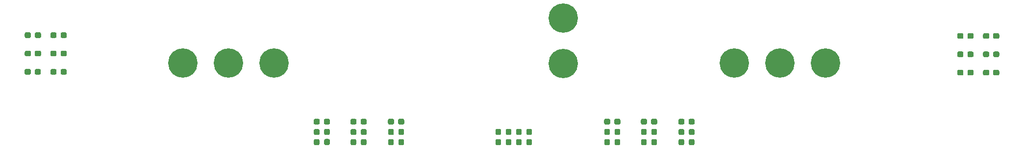
<source format=gbr>
G04 #@! TF.GenerationSoftware,KiCad,Pcbnew,(5.1.2)-1*
G04 #@! TF.CreationDate,2020-03-03T11:05:45-06:00*
G04 #@! TF.ProjectId,ODriveInterfacingBoard,4f447269-7665-4496-9e74-657266616369,rev?*
G04 #@! TF.SameCoordinates,Original*
G04 #@! TF.FileFunction,Paste,Top*
G04 #@! TF.FilePolarity,Positive*
%FSLAX46Y46*%
G04 Gerber Fmt 4.6, Leading zero omitted, Abs format (unit mm)*
G04 Created by KiCad (PCBNEW (5.1.2)-1) date 2020-03-03 11:05:45*
%MOMM*%
%LPD*%
G04 APERTURE LIST*
%ADD10C,0.100000*%
%ADD11C,0.950000*%
%ADD12C,5.080000*%
G04 APERTURE END LIST*
D10*
G36*
X66491779Y-105825144D02*
G01*
X66514834Y-105828563D01*
X66537443Y-105834227D01*
X66559387Y-105842079D01*
X66580457Y-105852044D01*
X66600448Y-105864026D01*
X66619168Y-105877910D01*
X66636438Y-105893562D01*
X66652090Y-105910832D01*
X66665974Y-105929552D01*
X66677956Y-105949543D01*
X66687921Y-105970613D01*
X66695773Y-105992557D01*
X66701437Y-106015166D01*
X66704856Y-106038221D01*
X66706000Y-106061500D01*
X66706000Y-106536500D01*
X66704856Y-106559779D01*
X66701437Y-106582834D01*
X66695773Y-106605443D01*
X66687921Y-106627387D01*
X66677956Y-106648457D01*
X66665974Y-106668448D01*
X66652090Y-106687168D01*
X66636438Y-106704438D01*
X66619168Y-106720090D01*
X66600448Y-106733974D01*
X66580457Y-106745956D01*
X66559387Y-106755921D01*
X66537443Y-106763773D01*
X66514834Y-106769437D01*
X66491779Y-106772856D01*
X66468500Y-106774000D01*
X65893500Y-106774000D01*
X65870221Y-106772856D01*
X65847166Y-106769437D01*
X65824557Y-106763773D01*
X65802613Y-106755921D01*
X65781543Y-106745956D01*
X65761552Y-106733974D01*
X65742832Y-106720090D01*
X65725562Y-106704438D01*
X65709910Y-106687168D01*
X65696026Y-106668448D01*
X65684044Y-106648457D01*
X65674079Y-106627387D01*
X65666227Y-106605443D01*
X65660563Y-106582834D01*
X65657144Y-106559779D01*
X65656000Y-106536500D01*
X65656000Y-106061500D01*
X65657144Y-106038221D01*
X65660563Y-106015166D01*
X65666227Y-105992557D01*
X65674079Y-105970613D01*
X65684044Y-105949543D01*
X65696026Y-105929552D01*
X65709910Y-105910832D01*
X65725562Y-105893562D01*
X65742832Y-105877910D01*
X65761552Y-105864026D01*
X65781543Y-105852044D01*
X65802613Y-105842079D01*
X65824557Y-105834227D01*
X65847166Y-105828563D01*
X65870221Y-105825144D01*
X65893500Y-105824000D01*
X66468500Y-105824000D01*
X66491779Y-105825144D01*
X66491779Y-105825144D01*
G37*
D11*
X66181000Y-106299000D03*
D10*
G36*
X68241779Y-105825144D02*
G01*
X68264834Y-105828563D01*
X68287443Y-105834227D01*
X68309387Y-105842079D01*
X68330457Y-105852044D01*
X68350448Y-105864026D01*
X68369168Y-105877910D01*
X68386438Y-105893562D01*
X68402090Y-105910832D01*
X68415974Y-105929552D01*
X68427956Y-105949543D01*
X68437921Y-105970613D01*
X68445773Y-105992557D01*
X68451437Y-106015166D01*
X68454856Y-106038221D01*
X68456000Y-106061500D01*
X68456000Y-106536500D01*
X68454856Y-106559779D01*
X68451437Y-106582834D01*
X68445773Y-106605443D01*
X68437921Y-106627387D01*
X68427956Y-106648457D01*
X68415974Y-106668448D01*
X68402090Y-106687168D01*
X68386438Y-106704438D01*
X68369168Y-106720090D01*
X68350448Y-106733974D01*
X68330457Y-106745956D01*
X68309387Y-106755921D01*
X68287443Y-106763773D01*
X68264834Y-106769437D01*
X68241779Y-106772856D01*
X68218500Y-106774000D01*
X67643500Y-106774000D01*
X67620221Y-106772856D01*
X67597166Y-106769437D01*
X67574557Y-106763773D01*
X67552613Y-106755921D01*
X67531543Y-106745956D01*
X67511552Y-106733974D01*
X67492832Y-106720090D01*
X67475562Y-106704438D01*
X67459910Y-106687168D01*
X67446026Y-106668448D01*
X67434044Y-106648457D01*
X67424079Y-106627387D01*
X67416227Y-106605443D01*
X67410563Y-106582834D01*
X67407144Y-106559779D01*
X67406000Y-106536500D01*
X67406000Y-106061500D01*
X67407144Y-106038221D01*
X67410563Y-106015166D01*
X67416227Y-105992557D01*
X67424079Y-105970613D01*
X67434044Y-105949543D01*
X67446026Y-105929552D01*
X67459910Y-105910832D01*
X67475562Y-105893562D01*
X67492832Y-105877910D01*
X67511552Y-105864026D01*
X67531543Y-105852044D01*
X67552613Y-105842079D01*
X67574557Y-105834227D01*
X67597166Y-105828563D01*
X67620221Y-105825144D01*
X67643500Y-105824000D01*
X68218500Y-105824000D01*
X68241779Y-105825144D01*
X68241779Y-105825144D01*
G37*
D11*
X67931000Y-106299000D03*
D10*
G36*
X66491779Y-99475144D02*
G01*
X66514834Y-99478563D01*
X66537443Y-99484227D01*
X66559387Y-99492079D01*
X66580457Y-99502044D01*
X66600448Y-99514026D01*
X66619168Y-99527910D01*
X66636438Y-99543562D01*
X66652090Y-99560832D01*
X66665974Y-99579552D01*
X66677956Y-99599543D01*
X66687921Y-99620613D01*
X66695773Y-99642557D01*
X66701437Y-99665166D01*
X66704856Y-99688221D01*
X66706000Y-99711500D01*
X66706000Y-100186500D01*
X66704856Y-100209779D01*
X66701437Y-100232834D01*
X66695773Y-100255443D01*
X66687921Y-100277387D01*
X66677956Y-100298457D01*
X66665974Y-100318448D01*
X66652090Y-100337168D01*
X66636438Y-100354438D01*
X66619168Y-100370090D01*
X66600448Y-100383974D01*
X66580457Y-100395956D01*
X66559387Y-100405921D01*
X66537443Y-100413773D01*
X66514834Y-100419437D01*
X66491779Y-100422856D01*
X66468500Y-100424000D01*
X65893500Y-100424000D01*
X65870221Y-100422856D01*
X65847166Y-100419437D01*
X65824557Y-100413773D01*
X65802613Y-100405921D01*
X65781543Y-100395956D01*
X65761552Y-100383974D01*
X65742832Y-100370090D01*
X65725562Y-100354438D01*
X65709910Y-100337168D01*
X65696026Y-100318448D01*
X65684044Y-100298457D01*
X65674079Y-100277387D01*
X65666227Y-100255443D01*
X65660563Y-100232834D01*
X65657144Y-100209779D01*
X65656000Y-100186500D01*
X65656000Y-99711500D01*
X65657144Y-99688221D01*
X65660563Y-99665166D01*
X65666227Y-99642557D01*
X65674079Y-99620613D01*
X65684044Y-99599543D01*
X65696026Y-99579552D01*
X65709910Y-99560832D01*
X65725562Y-99543562D01*
X65742832Y-99527910D01*
X65761552Y-99514026D01*
X65781543Y-99502044D01*
X65802613Y-99492079D01*
X65824557Y-99484227D01*
X65847166Y-99478563D01*
X65870221Y-99475144D01*
X65893500Y-99474000D01*
X66468500Y-99474000D01*
X66491779Y-99475144D01*
X66491779Y-99475144D01*
G37*
D11*
X66181000Y-99949000D03*
D10*
G36*
X68241779Y-99475144D02*
G01*
X68264834Y-99478563D01*
X68287443Y-99484227D01*
X68309387Y-99492079D01*
X68330457Y-99502044D01*
X68350448Y-99514026D01*
X68369168Y-99527910D01*
X68386438Y-99543562D01*
X68402090Y-99560832D01*
X68415974Y-99579552D01*
X68427956Y-99599543D01*
X68437921Y-99620613D01*
X68445773Y-99642557D01*
X68451437Y-99665166D01*
X68454856Y-99688221D01*
X68456000Y-99711500D01*
X68456000Y-100186500D01*
X68454856Y-100209779D01*
X68451437Y-100232834D01*
X68445773Y-100255443D01*
X68437921Y-100277387D01*
X68427956Y-100298457D01*
X68415974Y-100318448D01*
X68402090Y-100337168D01*
X68386438Y-100354438D01*
X68369168Y-100370090D01*
X68350448Y-100383974D01*
X68330457Y-100395956D01*
X68309387Y-100405921D01*
X68287443Y-100413773D01*
X68264834Y-100419437D01*
X68241779Y-100422856D01*
X68218500Y-100424000D01*
X67643500Y-100424000D01*
X67620221Y-100422856D01*
X67597166Y-100419437D01*
X67574557Y-100413773D01*
X67552613Y-100405921D01*
X67531543Y-100395956D01*
X67511552Y-100383974D01*
X67492832Y-100370090D01*
X67475562Y-100354438D01*
X67459910Y-100337168D01*
X67446026Y-100318448D01*
X67434044Y-100298457D01*
X67424079Y-100277387D01*
X67416227Y-100255443D01*
X67410563Y-100232834D01*
X67407144Y-100209779D01*
X67406000Y-100186500D01*
X67406000Y-99711500D01*
X67407144Y-99688221D01*
X67410563Y-99665166D01*
X67416227Y-99642557D01*
X67424079Y-99620613D01*
X67434044Y-99599543D01*
X67446026Y-99579552D01*
X67459910Y-99560832D01*
X67475562Y-99543562D01*
X67492832Y-99527910D01*
X67511552Y-99514026D01*
X67531543Y-99502044D01*
X67552613Y-99492079D01*
X67574557Y-99484227D01*
X67597166Y-99478563D01*
X67620221Y-99475144D01*
X67643500Y-99474000D01*
X68218500Y-99474000D01*
X68241779Y-99475144D01*
X68241779Y-99475144D01*
G37*
D11*
X67931000Y-99949000D03*
D10*
G36*
X66491779Y-102650144D02*
G01*
X66514834Y-102653563D01*
X66537443Y-102659227D01*
X66559387Y-102667079D01*
X66580457Y-102677044D01*
X66600448Y-102689026D01*
X66619168Y-102702910D01*
X66636438Y-102718562D01*
X66652090Y-102735832D01*
X66665974Y-102754552D01*
X66677956Y-102774543D01*
X66687921Y-102795613D01*
X66695773Y-102817557D01*
X66701437Y-102840166D01*
X66704856Y-102863221D01*
X66706000Y-102886500D01*
X66706000Y-103361500D01*
X66704856Y-103384779D01*
X66701437Y-103407834D01*
X66695773Y-103430443D01*
X66687921Y-103452387D01*
X66677956Y-103473457D01*
X66665974Y-103493448D01*
X66652090Y-103512168D01*
X66636438Y-103529438D01*
X66619168Y-103545090D01*
X66600448Y-103558974D01*
X66580457Y-103570956D01*
X66559387Y-103580921D01*
X66537443Y-103588773D01*
X66514834Y-103594437D01*
X66491779Y-103597856D01*
X66468500Y-103599000D01*
X65893500Y-103599000D01*
X65870221Y-103597856D01*
X65847166Y-103594437D01*
X65824557Y-103588773D01*
X65802613Y-103580921D01*
X65781543Y-103570956D01*
X65761552Y-103558974D01*
X65742832Y-103545090D01*
X65725562Y-103529438D01*
X65709910Y-103512168D01*
X65696026Y-103493448D01*
X65684044Y-103473457D01*
X65674079Y-103452387D01*
X65666227Y-103430443D01*
X65660563Y-103407834D01*
X65657144Y-103384779D01*
X65656000Y-103361500D01*
X65656000Y-102886500D01*
X65657144Y-102863221D01*
X65660563Y-102840166D01*
X65666227Y-102817557D01*
X65674079Y-102795613D01*
X65684044Y-102774543D01*
X65696026Y-102754552D01*
X65709910Y-102735832D01*
X65725562Y-102718562D01*
X65742832Y-102702910D01*
X65761552Y-102689026D01*
X65781543Y-102677044D01*
X65802613Y-102667079D01*
X65824557Y-102659227D01*
X65847166Y-102653563D01*
X65870221Y-102650144D01*
X65893500Y-102649000D01*
X66468500Y-102649000D01*
X66491779Y-102650144D01*
X66491779Y-102650144D01*
G37*
D11*
X66181000Y-103124000D03*
D10*
G36*
X68241779Y-102650144D02*
G01*
X68264834Y-102653563D01*
X68287443Y-102659227D01*
X68309387Y-102667079D01*
X68330457Y-102677044D01*
X68350448Y-102689026D01*
X68369168Y-102702910D01*
X68386438Y-102718562D01*
X68402090Y-102735832D01*
X68415974Y-102754552D01*
X68427956Y-102774543D01*
X68437921Y-102795613D01*
X68445773Y-102817557D01*
X68451437Y-102840166D01*
X68454856Y-102863221D01*
X68456000Y-102886500D01*
X68456000Y-103361500D01*
X68454856Y-103384779D01*
X68451437Y-103407834D01*
X68445773Y-103430443D01*
X68437921Y-103452387D01*
X68427956Y-103473457D01*
X68415974Y-103493448D01*
X68402090Y-103512168D01*
X68386438Y-103529438D01*
X68369168Y-103545090D01*
X68350448Y-103558974D01*
X68330457Y-103570956D01*
X68309387Y-103580921D01*
X68287443Y-103588773D01*
X68264834Y-103594437D01*
X68241779Y-103597856D01*
X68218500Y-103599000D01*
X67643500Y-103599000D01*
X67620221Y-103597856D01*
X67597166Y-103594437D01*
X67574557Y-103588773D01*
X67552613Y-103580921D01*
X67531543Y-103570956D01*
X67511552Y-103558974D01*
X67492832Y-103545090D01*
X67475562Y-103529438D01*
X67459910Y-103512168D01*
X67446026Y-103493448D01*
X67434044Y-103473457D01*
X67424079Y-103452387D01*
X67416227Y-103430443D01*
X67410563Y-103407834D01*
X67407144Y-103384779D01*
X67406000Y-103361500D01*
X67406000Y-102886500D01*
X67407144Y-102863221D01*
X67410563Y-102840166D01*
X67416227Y-102817557D01*
X67424079Y-102795613D01*
X67434044Y-102774543D01*
X67446026Y-102754552D01*
X67459910Y-102735832D01*
X67475562Y-102718562D01*
X67492832Y-102702910D01*
X67511552Y-102689026D01*
X67531543Y-102677044D01*
X67552613Y-102667079D01*
X67574557Y-102659227D01*
X67597166Y-102653563D01*
X67620221Y-102650144D01*
X67643500Y-102649000D01*
X68218500Y-102649000D01*
X68241779Y-102650144D01*
X68241779Y-102650144D01*
G37*
D11*
X67931000Y-103124000D03*
D10*
G36*
X224870879Y-105964844D02*
G01*
X224893934Y-105968263D01*
X224916543Y-105973927D01*
X224938487Y-105981779D01*
X224959557Y-105991744D01*
X224979548Y-106003726D01*
X224998268Y-106017610D01*
X225015538Y-106033262D01*
X225031190Y-106050532D01*
X225045074Y-106069252D01*
X225057056Y-106089243D01*
X225067021Y-106110313D01*
X225074873Y-106132257D01*
X225080537Y-106154866D01*
X225083956Y-106177921D01*
X225085100Y-106201200D01*
X225085100Y-106676200D01*
X225083956Y-106699479D01*
X225080537Y-106722534D01*
X225074873Y-106745143D01*
X225067021Y-106767087D01*
X225057056Y-106788157D01*
X225045074Y-106808148D01*
X225031190Y-106826868D01*
X225015538Y-106844138D01*
X224998268Y-106859790D01*
X224979548Y-106873674D01*
X224959557Y-106885656D01*
X224938487Y-106895621D01*
X224916543Y-106903473D01*
X224893934Y-106909137D01*
X224870879Y-106912556D01*
X224847600Y-106913700D01*
X224272600Y-106913700D01*
X224249321Y-106912556D01*
X224226266Y-106909137D01*
X224203657Y-106903473D01*
X224181713Y-106895621D01*
X224160643Y-106885656D01*
X224140652Y-106873674D01*
X224121932Y-106859790D01*
X224104662Y-106844138D01*
X224089010Y-106826868D01*
X224075126Y-106808148D01*
X224063144Y-106788157D01*
X224053179Y-106767087D01*
X224045327Y-106745143D01*
X224039663Y-106722534D01*
X224036244Y-106699479D01*
X224035100Y-106676200D01*
X224035100Y-106201200D01*
X224036244Y-106177921D01*
X224039663Y-106154866D01*
X224045327Y-106132257D01*
X224053179Y-106110313D01*
X224063144Y-106089243D01*
X224075126Y-106069252D01*
X224089010Y-106050532D01*
X224104662Y-106033262D01*
X224121932Y-106017610D01*
X224140652Y-106003726D01*
X224160643Y-105991744D01*
X224181713Y-105981779D01*
X224203657Y-105973927D01*
X224226266Y-105968263D01*
X224249321Y-105964844D01*
X224272600Y-105963700D01*
X224847600Y-105963700D01*
X224870879Y-105964844D01*
X224870879Y-105964844D01*
G37*
D11*
X224560100Y-106438700D03*
D10*
G36*
X223120879Y-105964844D02*
G01*
X223143934Y-105968263D01*
X223166543Y-105973927D01*
X223188487Y-105981779D01*
X223209557Y-105991744D01*
X223229548Y-106003726D01*
X223248268Y-106017610D01*
X223265538Y-106033262D01*
X223281190Y-106050532D01*
X223295074Y-106069252D01*
X223307056Y-106089243D01*
X223317021Y-106110313D01*
X223324873Y-106132257D01*
X223330537Y-106154866D01*
X223333956Y-106177921D01*
X223335100Y-106201200D01*
X223335100Y-106676200D01*
X223333956Y-106699479D01*
X223330537Y-106722534D01*
X223324873Y-106745143D01*
X223317021Y-106767087D01*
X223307056Y-106788157D01*
X223295074Y-106808148D01*
X223281190Y-106826868D01*
X223265538Y-106844138D01*
X223248268Y-106859790D01*
X223229548Y-106873674D01*
X223209557Y-106885656D01*
X223188487Y-106895621D01*
X223166543Y-106903473D01*
X223143934Y-106909137D01*
X223120879Y-106912556D01*
X223097600Y-106913700D01*
X222522600Y-106913700D01*
X222499321Y-106912556D01*
X222476266Y-106909137D01*
X222453657Y-106903473D01*
X222431713Y-106895621D01*
X222410643Y-106885656D01*
X222390652Y-106873674D01*
X222371932Y-106859790D01*
X222354662Y-106844138D01*
X222339010Y-106826868D01*
X222325126Y-106808148D01*
X222313144Y-106788157D01*
X222303179Y-106767087D01*
X222295327Y-106745143D01*
X222289663Y-106722534D01*
X222286244Y-106699479D01*
X222285100Y-106676200D01*
X222285100Y-106201200D01*
X222286244Y-106177921D01*
X222289663Y-106154866D01*
X222295327Y-106132257D01*
X222303179Y-106110313D01*
X222313144Y-106089243D01*
X222325126Y-106069252D01*
X222339010Y-106050532D01*
X222354662Y-106033262D01*
X222371932Y-106017610D01*
X222390652Y-106003726D01*
X222410643Y-105991744D01*
X222431713Y-105981779D01*
X222453657Y-105973927D01*
X222476266Y-105968263D01*
X222499321Y-105964844D01*
X222522600Y-105963700D01*
X223097600Y-105963700D01*
X223120879Y-105964844D01*
X223120879Y-105964844D01*
G37*
D11*
X222810100Y-106438700D03*
D10*
G36*
X224870879Y-99614844D02*
G01*
X224893934Y-99618263D01*
X224916543Y-99623927D01*
X224938487Y-99631779D01*
X224959557Y-99641744D01*
X224979548Y-99653726D01*
X224998268Y-99667610D01*
X225015538Y-99683262D01*
X225031190Y-99700532D01*
X225045074Y-99719252D01*
X225057056Y-99739243D01*
X225067021Y-99760313D01*
X225074873Y-99782257D01*
X225080537Y-99804866D01*
X225083956Y-99827921D01*
X225085100Y-99851200D01*
X225085100Y-100326200D01*
X225083956Y-100349479D01*
X225080537Y-100372534D01*
X225074873Y-100395143D01*
X225067021Y-100417087D01*
X225057056Y-100438157D01*
X225045074Y-100458148D01*
X225031190Y-100476868D01*
X225015538Y-100494138D01*
X224998268Y-100509790D01*
X224979548Y-100523674D01*
X224959557Y-100535656D01*
X224938487Y-100545621D01*
X224916543Y-100553473D01*
X224893934Y-100559137D01*
X224870879Y-100562556D01*
X224847600Y-100563700D01*
X224272600Y-100563700D01*
X224249321Y-100562556D01*
X224226266Y-100559137D01*
X224203657Y-100553473D01*
X224181713Y-100545621D01*
X224160643Y-100535656D01*
X224140652Y-100523674D01*
X224121932Y-100509790D01*
X224104662Y-100494138D01*
X224089010Y-100476868D01*
X224075126Y-100458148D01*
X224063144Y-100438157D01*
X224053179Y-100417087D01*
X224045327Y-100395143D01*
X224039663Y-100372534D01*
X224036244Y-100349479D01*
X224035100Y-100326200D01*
X224035100Y-99851200D01*
X224036244Y-99827921D01*
X224039663Y-99804866D01*
X224045327Y-99782257D01*
X224053179Y-99760313D01*
X224063144Y-99739243D01*
X224075126Y-99719252D01*
X224089010Y-99700532D01*
X224104662Y-99683262D01*
X224121932Y-99667610D01*
X224140652Y-99653726D01*
X224160643Y-99641744D01*
X224181713Y-99631779D01*
X224203657Y-99623927D01*
X224226266Y-99618263D01*
X224249321Y-99614844D01*
X224272600Y-99613700D01*
X224847600Y-99613700D01*
X224870879Y-99614844D01*
X224870879Y-99614844D01*
G37*
D11*
X224560100Y-100088700D03*
D10*
G36*
X223120879Y-99614844D02*
G01*
X223143934Y-99618263D01*
X223166543Y-99623927D01*
X223188487Y-99631779D01*
X223209557Y-99641744D01*
X223229548Y-99653726D01*
X223248268Y-99667610D01*
X223265538Y-99683262D01*
X223281190Y-99700532D01*
X223295074Y-99719252D01*
X223307056Y-99739243D01*
X223317021Y-99760313D01*
X223324873Y-99782257D01*
X223330537Y-99804866D01*
X223333956Y-99827921D01*
X223335100Y-99851200D01*
X223335100Y-100326200D01*
X223333956Y-100349479D01*
X223330537Y-100372534D01*
X223324873Y-100395143D01*
X223317021Y-100417087D01*
X223307056Y-100438157D01*
X223295074Y-100458148D01*
X223281190Y-100476868D01*
X223265538Y-100494138D01*
X223248268Y-100509790D01*
X223229548Y-100523674D01*
X223209557Y-100535656D01*
X223188487Y-100545621D01*
X223166543Y-100553473D01*
X223143934Y-100559137D01*
X223120879Y-100562556D01*
X223097600Y-100563700D01*
X222522600Y-100563700D01*
X222499321Y-100562556D01*
X222476266Y-100559137D01*
X222453657Y-100553473D01*
X222431713Y-100545621D01*
X222410643Y-100535656D01*
X222390652Y-100523674D01*
X222371932Y-100509790D01*
X222354662Y-100494138D01*
X222339010Y-100476868D01*
X222325126Y-100458148D01*
X222313144Y-100438157D01*
X222303179Y-100417087D01*
X222295327Y-100395143D01*
X222289663Y-100372534D01*
X222286244Y-100349479D01*
X222285100Y-100326200D01*
X222285100Y-99851200D01*
X222286244Y-99827921D01*
X222289663Y-99804866D01*
X222295327Y-99782257D01*
X222303179Y-99760313D01*
X222313144Y-99739243D01*
X222325126Y-99719252D01*
X222339010Y-99700532D01*
X222354662Y-99683262D01*
X222371932Y-99667610D01*
X222390652Y-99653726D01*
X222410643Y-99641744D01*
X222431713Y-99631779D01*
X222453657Y-99623927D01*
X222476266Y-99618263D01*
X222499321Y-99614844D01*
X222522600Y-99613700D01*
X223097600Y-99613700D01*
X223120879Y-99614844D01*
X223120879Y-99614844D01*
G37*
D11*
X222810100Y-100088700D03*
D10*
G36*
X224870879Y-102789844D02*
G01*
X224893934Y-102793263D01*
X224916543Y-102798927D01*
X224938487Y-102806779D01*
X224959557Y-102816744D01*
X224979548Y-102828726D01*
X224998268Y-102842610D01*
X225015538Y-102858262D01*
X225031190Y-102875532D01*
X225045074Y-102894252D01*
X225057056Y-102914243D01*
X225067021Y-102935313D01*
X225074873Y-102957257D01*
X225080537Y-102979866D01*
X225083956Y-103002921D01*
X225085100Y-103026200D01*
X225085100Y-103501200D01*
X225083956Y-103524479D01*
X225080537Y-103547534D01*
X225074873Y-103570143D01*
X225067021Y-103592087D01*
X225057056Y-103613157D01*
X225045074Y-103633148D01*
X225031190Y-103651868D01*
X225015538Y-103669138D01*
X224998268Y-103684790D01*
X224979548Y-103698674D01*
X224959557Y-103710656D01*
X224938487Y-103720621D01*
X224916543Y-103728473D01*
X224893934Y-103734137D01*
X224870879Y-103737556D01*
X224847600Y-103738700D01*
X224272600Y-103738700D01*
X224249321Y-103737556D01*
X224226266Y-103734137D01*
X224203657Y-103728473D01*
X224181713Y-103720621D01*
X224160643Y-103710656D01*
X224140652Y-103698674D01*
X224121932Y-103684790D01*
X224104662Y-103669138D01*
X224089010Y-103651868D01*
X224075126Y-103633148D01*
X224063144Y-103613157D01*
X224053179Y-103592087D01*
X224045327Y-103570143D01*
X224039663Y-103547534D01*
X224036244Y-103524479D01*
X224035100Y-103501200D01*
X224035100Y-103026200D01*
X224036244Y-103002921D01*
X224039663Y-102979866D01*
X224045327Y-102957257D01*
X224053179Y-102935313D01*
X224063144Y-102914243D01*
X224075126Y-102894252D01*
X224089010Y-102875532D01*
X224104662Y-102858262D01*
X224121932Y-102842610D01*
X224140652Y-102828726D01*
X224160643Y-102816744D01*
X224181713Y-102806779D01*
X224203657Y-102798927D01*
X224226266Y-102793263D01*
X224249321Y-102789844D01*
X224272600Y-102788700D01*
X224847600Y-102788700D01*
X224870879Y-102789844D01*
X224870879Y-102789844D01*
G37*
D11*
X224560100Y-103263700D03*
D10*
G36*
X223120879Y-102789844D02*
G01*
X223143934Y-102793263D01*
X223166543Y-102798927D01*
X223188487Y-102806779D01*
X223209557Y-102816744D01*
X223229548Y-102828726D01*
X223248268Y-102842610D01*
X223265538Y-102858262D01*
X223281190Y-102875532D01*
X223295074Y-102894252D01*
X223307056Y-102914243D01*
X223317021Y-102935313D01*
X223324873Y-102957257D01*
X223330537Y-102979866D01*
X223333956Y-103002921D01*
X223335100Y-103026200D01*
X223335100Y-103501200D01*
X223333956Y-103524479D01*
X223330537Y-103547534D01*
X223324873Y-103570143D01*
X223317021Y-103592087D01*
X223307056Y-103613157D01*
X223295074Y-103633148D01*
X223281190Y-103651868D01*
X223265538Y-103669138D01*
X223248268Y-103684790D01*
X223229548Y-103698674D01*
X223209557Y-103710656D01*
X223188487Y-103720621D01*
X223166543Y-103728473D01*
X223143934Y-103734137D01*
X223120879Y-103737556D01*
X223097600Y-103738700D01*
X222522600Y-103738700D01*
X222499321Y-103737556D01*
X222476266Y-103734137D01*
X222453657Y-103728473D01*
X222431713Y-103720621D01*
X222410643Y-103710656D01*
X222390652Y-103698674D01*
X222371932Y-103684790D01*
X222354662Y-103669138D01*
X222339010Y-103651868D01*
X222325126Y-103633148D01*
X222313144Y-103613157D01*
X222303179Y-103592087D01*
X222295327Y-103570143D01*
X222289663Y-103547534D01*
X222286244Y-103524479D01*
X222285100Y-103501200D01*
X222285100Y-103026200D01*
X222286244Y-103002921D01*
X222289663Y-102979866D01*
X222295327Y-102957257D01*
X222303179Y-102935313D01*
X222313144Y-102914243D01*
X222325126Y-102894252D01*
X222339010Y-102875532D01*
X222354662Y-102858262D01*
X222371932Y-102842610D01*
X222390652Y-102828726D01*
X222410643Y-102816744D01*
X222431713Y-102806779D01*
X222453657Y-102798927D01*
X222476266Y-102793263D01*
X222499321Y-102789844D01*
X222522600Y-102788700D01*
X223097600Y-102788700D01*
X223120879Y-102789844D01*
X223120879Y-102789844D01*
G37*
D11*
X222810100Y-103263700D03*
D10*
G36*
X63782779Y-105825144D02*
G01*
X63805834Y-105828563D01*
X63828443Y-105834227D01*
X63850387Y-105842079D01*
X63871457Y-105852044D01*
X63891448Y-105864026D01*
X63910168Y-105877910D01*
X63927438Y-105893562D01*
X63943090Y-105910832D01*
X63956974Y-105929552D01*
X63968956Y-105949543D01*
X63978921Y-105970613D01*
X63986773Y-105992557D01*
X63992437Y-106015166D01*
X63995856Y-106038221D01*
X63997000Y-106061500D01*
X63997000Y-106536500D01*
X63995856Y-106559779D01*
X63992437Y-106582834D01*
X63986773Y-106605443D01*
X63978921Y-106627387D01*
X63968956Y-106648457D01*
X63956974Y-106668448D01*
X63943090Y-106687168D01*
X63927438Y-106704438D01*
X63910168Y-106720090D01*
X63891448Y-106733974D01*
X63871457Y-106745956D01*
X63850387Y-106755921D01*
X63828443Y-106763773D01*
X63805834Y-106769437D01*
X63782779Y-106772856D01*
X63759500Y-106774000D01*
X63184500Y-106774000D01*
X63161221Y-106772856D01*
X63138166Y-106769437D01*
X63115557Y-106763773D01*
X63093613Y-106755921D01*
X63072543Y-106745956D01*
X63052552Y-106733974D01*
X63033832Y-106720090D01*
X63016562Y-106704438D01*
X63000910Y-106687168D01*
X62987026Y-106668448D01*
X62975044Y-106648457D01*
X62965079Y-106627387D01*
X62957227Y-106605443D01*
X62951563Y-106582834D01*
X62948144Y-106559779D01*
X62947000Y-106536500D01*
X62947000Y-106061500D01*
X62948144Y-106038221D01*
X62951563Y-106015166D01*
X62957227Y-105992557D01*
X62965079Y-105970613D01*
X62975044Y-105949543D01*
X62987026Y-105929552D01*
X63000910Y-105910832D01*
X63016562Y-105893562D01*
X63033832Y-105877910D01*
X63052552Y-105864026D01*
X63072543Y-105852044D01*
X63093613Y-105842079D01*
X63115557Y-105834227D01*
X63138166Y-105828563D01*
X63161221Y-105825144D01*
X63184500Y-105824000D01*
X63759500Y-105824000D01*
X63782779Y-105825144D01*
X63782779Y-105825144D01*
G37*
D11*
X63472000Y-106299000D03*
D10*
G36*
X62032779Y-105825144D02*
G01*
X62055834Y-105828563D01*
X62078443Y-105834227D01*
X62100387Y-105842079D01*
X62121457Y-105852044D01*
X62141448Y-105864026D01*
X62160168Y-105877910D01*
X62177438Y-105893562D01*
X62193090Y-105910832D01*
X62206974Y-105929552D01*
X62218956Y-105949543D01*
X62228921Y-105970613D01*
X62236773Y-105992557D01*
X62242437Y-106015166D01*
X62245856Y-106038221D01*
X62247000Y-106061500D01*
X62247000Y-106536500D01*
X62245856Y-106559779D01*
X62242437Y-106582834D01*
X62236773Y-106605443D01*
X62228921Y-106627387D01*
X62218956Y-106648457D01*
X62206974Y-106668448D01*
X62193090Y-106687168D01*
X62177438Y-106704438D01*
X62160168Y-106720090D01*
X62141448Y-106733974D01*
X62121457Y-106745956D01*
X62100387Y-106755921D01*
X62078443Y-106763773D01*
X62055834Y-106769437D01*
X62032779Y-106772856D01*
X62009500Y-106774000D01*
X61434500Y-106774000D01*
X61411221Y-106772856D01*
X61388166Y-106769437D01*
X61365557Y-106763773D01*
X61343613Y-106755921D01*
X61322543Y-106745956D01*
X61302552Y-106733974D01*
X61283832Y-106720090D01*
X61266562Y-106704438D01*
X61250910Y-106687168D01*
X61237026Y-106668448D01*
X61225044Y-106648457D01*
X61215079Y-106627387D01*
X61207227Y-106605443D01*
X61201563Y-106582834D01*
X61198144Y-106559779D01*
X61197000Y-106536500D01*
X61197000Y-106061500D01*
X61198144Y-106038221D01*
X61201563Y-106015166D01*
X61207227Y-105992557D01*
X61215079Y-105970613D01*
X61225044Y-105949543D01*
X61237026Y-105929552D01*
X61250910Y-105910832D01*
X61266562Y-105893562D01*
X61283832Y-105877910D01*
X61302552Y-105864026D01*
X61322543Y-105852044D01*
X61343613Y-105842079D01*
X61365557Y-105834227D01*
X61388166Y-105828563D01*
X61411221Y-105825144D01*
X61434500Y-105824000D01*
X62009500Y-105824000D01*
X62032779Y-105825144D01*
X62032779Y-105825144D01*
G37*
D11*
X61722000Y-106299000D03*
D10*
G36*
X63796779Y-99475144D02*
G01*
X63819834Y-99478563D01*
X63842443Y-99484227D01*
X63864387Y-99492079D01*
X63885457Y-99502044D01*
X63905448Y-99514026D01*
X63924168Y-99527910D01*
X63941438Y-99543562D01*
X63957090Y-99560832D01*
X63970974Y-99579552D01*
X63982956Y-99599543D01*
X63992921Y-99620613D01*
X64000773Y-99642557D01*
X64006437Y-99665166D01*
X64009856Y-99688221D01*
X64011000Y-99711500D01*
X64011000Y-100186500D01*
X64009856Y-100209779D01*
X64006437Y-100232834D01*
X64000773Y-100255443D01*
X63992921Y-100277387D01*
X63982956Y-100298457D01*
X63970974Y-100318448D01*
X63957090Y-100337168D01*
X63941438Y-100354438D01*
X63924168Y-100370090D01*
X63905448Y-100383974D01*
X63885457Y-100395956D01*
X63864387Y-100405921D01*
X63842443Y-100413773D01*
X63819834Y-100419437D01*
X63796779Y-100422856D01*
X63773500Y-100424000D01*
X63198500Y-100424000D01*
X63175221Y-100422856D01*
X63152166Y-100419437D01*
X63129557Y-100413773D01*
X63107613Y-100405921D01*
X63086543Y-100395956D01*
X63066552Y-100383974D01*
X63047832Y-100370090D01*
X63030562Y-100354438D01*
X63014910Y-100337168D01*
X63001026Y-100318448D01*
X62989044Y-100298457D01*
X62979079Y-100277387D01*
X62971227Y-100255443D01*
X62965563Y-100232834D01*
X62962144Y-100209779D01*
X62961000Y-100186500D01*
X62961000Y-99711500D01*
X62962144Y-99688221D01*
X62965563Y-99665166D01*
X62971227Y-99642557D01*
X62979079Y-99620613D01*
X62989044Y-99599543D01*
X63001026Y-99579552D01*
X63014910Y-99560832D01*
X63030562Y-99543562D01*
X63047832Y-99527910D01*
X63066552Y-99514026D01*
X63086543Y-99502044D01*
X63107613Y-99492079D01*
X63129557Y-99484227D01*
X63152166Y-99478563D01*
X63175221Y-99475144D01*
X63198500Y-99474000D01*
X63773500Y-99474000D01*
X63796779Y-99475144D01*
X63796779Y-99475144D01*
G37*
D11*
X63486000Y-99949000D03*
D10*
G36*
X62046779Y-99475144D02*
G01*
X62069834Y-99478563D01*
X62092443Y-99484227D01*
X62114387Y-99492079D01*
X62135457Y-99502044D01*
X62155448Y-99514026D01*
X62174168Y-99527910D01*
X62191438Y-99543562D01*
X62207090Y-99560832D01*
X62220974Y-99579552D01*
X62232956Y-99599543D01*
X62242921Y-99620613D01*
X62250773Y-99642557D01*
X62256437Y-99665166D01*
X62259856Y-99688221D01*
X62261000Y-99711500D01*
X62261000Y-100186500D01*
X62259856Y-100209779D01*
X62256437Y-100232834D01*
X62250773Y-100255443D01*
X62242921Y-100277387D01*
X62232956Y-100298457D01*
X62220974Y-100318448D01*
X62207090Y-100337168D01*
X62191438Y-100354438D01*
X62174168Y-100370090D01*
X62155448Y-100383974D01*
X62135457Y-100395956D01*
X62114387Y-100405921D01*
X62092443Y-100413773D01*
X62069834Y-100419437D01*
X62046779Y-100422856D01*
X62023500Y-100424000D01*
X61448500Y-100424000D01*
X61425221Y-100422856D01*
X61402166Y-100419437D01*
X61379557Y-100413773D01*
X61357613Y-100405921D01*
X61336543Y-100395956D01*
X61316552Y-100383974D01*
X61297832Y-100370090D01*
X61280562Y-100354438D01*
X61264910Y-100337168D01*
X61251026Y-100318448D01*
X61239044Y-100298457D01*
X61229079Y-100277387D01*
X61221227Y-100255443D01*
X61215563Y-100232834D01*
X61212144Y-100209779D01*
X61211000Y-100186500D01*
X61211000Y-99711500D01*
X61212144Y-99688221D01*
X61215563Y-99665166D01*
X61221227Y-99642557D01*
X61229079Y-99620613D01*
X61239044Y-99599543D01*
X61251026Y-99579552D01*
X61264910Y-99560832D01*
X61280562Y-99543562D01*
X61297832Y-99527910D01*
X61316552Y-99514026D01*
X61336543Y-99502044D01*
X61357613Y-99492079D01*
X61379557Y-99484227D01*
X61402166Y-99478563D01*
X61425221Y-99475144D01*
X61448500Y-99474000D01*
X62023500Y-99474000D01*
X62046779Y-99475144D01*
X62046779Y-99475144D01*
G37*
D11*
X61736000Y-99949000D03*
D10*
G36*
X63796779Y-102650144D02*
G01*
X63819834Y-102653563D01*
X63842443Y-102659227D01*
X63864387Y-102667079D01*
X63885457Y-102677044D01*
X63905448Y-102689026D01*
X63924168Y-102702910D01*
X63941438Y-102718562D01*
X63957090Y-102735832D01*
X63970974Y-102754552D01*
X63982956Y-102774543D01*
X63992921Y-102795613D01*
X64000773Y-102817557D01*
X64006437Y-102840166D01*
X64009856Y-102863221D01*
X64011000Y-102886500D01*
X64011000Y-103361500D01*
X64009856Y-103384779D01*
X64006437Y-103407834D01*
X64000773Y-103430443D01*
X63992921Y-103452387D01*
X63982956Y-103473457D01*
X63970974Y-103493448D01*
X63957090Y-103512168D01*
X63941438Y-103529438D01*
X63924168Y-103545090D01*
X63905448Y-103558974D01*
X63885457Y-103570956D01*
X63864387Y-103580921D01*
X63842443Y-103588773D01*
X63819834Y-103594437D01*
X63796779Y-103597856D01*
X63773500Y-103599000D01*
X63198500Y-103599000D01*
X63175221Y-103597856D01*
X63152166Y-103594437D01*
X63129557Y-103588773D01*
X63107613Y-103580921D01*
X63086543Y-103570956D01*
X63066552Y-103558974D01*
X63047832Y-103545090D01*
X63030562Y-103529438D01*
X63014910Y-103512168D01*
X63001026Y-103493448D01*
X62989044Y-103473457D01*
X62979079Y-103452387D01*
X62971227Y-103430443D01*
X62965563Y-103407834D01*
X62962144Y-103384779D01*
X62961000Y-103361500D01*
X62961000Y-102886500D01*
X62962144Y-102863221D01*
X62965563Y-102840166D01*
X62971227Y-102817557D01*
X62979079Y-102795613D01*
X62989044Y-102774543D01*
X63001026Y-102754552D01*
X63014910Y-102735832D01*
X63030562Y-102718562D01*
X63047832Y-102702910D01*
X63066552Y-102689026D01*
X63086543Y-102677044D01*
X63107613Y-102667079D01*
X63129557Y-102659227D01*
X63152166Y-102653563D01*
X63175221Y-102650144D01*
X63198500Y-102649000D01*
X63773500Y-102649000D01*
X63796779Y-102650144D01*
X63796779Y-102650144D01*
G37*
D11*
X63486000Y-103124000D03*
D10*
G36*
X62046779Y-102650144D02*
G01*
X62069834Y-102653563D01*
X62092443Y-102659227D01*
X62114387Y-102667079D01*
X62135457Y-102677044D01*
X62155448Y-102689026D01*
X62174168Y-102702910D01*
X62191438Y-102718562D01*
X62207090Y-102735832D01*
X62220974Y-102754552D01*
X62232956Y-102774543D01*
X62242921Y-102795613D01*
X62250773Y-102817557D01*
X62256437Y-102840166D01*
X62259856Y-102863221D01*
X62261000Y-102886500D01*
X62261000Y-103361500D01*
X62259856Y-103384779D01*
X62256437Y-103407834D01*
X62250773Y-103430443D01*
X62242921Y-103452387D01*
X62232956Y-103473457D01*
X62220974Y-103493448D01*
X62207090Y-103512168D01*
X62191438Y-103529438D01*
X62174168Y-103545090D01*
X62155448Y-103558974D01*
X62135457Y-103570956D01*
X62114387Y-103580921D01*
X62092443Y-103588773D01*
X62069834Y-103594437D01*
X62046779Y-103597856D01*
X62023500Y-103599000D01*
X61448500Y-103599000D01*
X61425221Y-103597856D01*
X61402166Y-103594437D01*
X61379557Y-103588773D01*
X61357613Y-103580921D01*
X61336543Y-103570956D01*
X61316552Y-103558974D01*
X61297832Y-103545090D01*
X61280562Y-103529438D01*
X61264910Y-103512168D01*
X61251026Y-103493448D01*
X61239044Y-103473457D01*
X61229079Y-103452387D01*
X61221227Y-103430443D01*
X61215563Y-103407834D01*
X61212144Y-103384779D01*
X61211000Y-103361500D01*
X61211000Y-102886500D01*
X61212144Y-102863221D01*
X61215563Y-102840166D01*
X61221227Y-102817557D01*
X61229079Y-102795613D01*
X61239044Y-102774543D01*
X61251026Y-102754552D01*
X61264910Y-102735832D01*
X61280562Y-102718562D01*
X61297832Y-102702910D01*
X61316552Y-102689026D01*
X61336543Y-102677044D01*
X61357613Y-102667079D01*
X61379557Y-102659227D01*
X61402166Y-102653563D01*
X61425221Y-102650144D01*
X61448500Y-102649000D01*
X62023500Y-102649000D01*
X62046779Y-102650144D01*
X62046779Y-102650144D01*
G37*
D11*
X61736000Y-103124000D03*
D10*
G36*
X227565879Y-105964844D02*
G01*
X227588934Y-105968263D01*
X227611543Y-105973927D01*
X227633487Y-105981779D01*
X227654557Y-105991744D01*
X227674548Y-106003726D01*
X227693268Y-106017610D01*
X227710538Y-106033262D01*
X227726190Y-106050532D01*
X227740074Y-106069252D01*
X227752056Y-106089243D01*
X227762021Y-106110313D01*
X227769873Y-106132257D01*
X227775537Y-106154866D01*
X227778956Y-106177921D01*
X227780100Y-106201200D01*
X227780100Y-106676200D01*
X227778956Y-106699479D01*
X227775537Y-106722534D01*
X227769873Y-106745143D01*
X227762021Y-106767087D01*
X227752056Y-106788157D01*
X227740074Y-106808148D01*
X227726190Y-106826868D01*
X227710538Y-106844138D01*
X227693268Y-106859790D01*
X227674548Y-106873674D01*
X227654557Y-106885656D01*
X227633487Y-106895621D01*
X227611543Y-106903473D01*
X227588934Y-106909137D01*
X227565879Y-106912556D01*
X227542600Y-106913700D01*
X226967600Y-106913700D01*
X226944321Y-106912556D01*
X226921266Y-106909137D01*
X226898657Y-106903473D01*
X226876713Y-106895621D01*
X226855643Y-106885656D01*
X226835652Y-106873674D01*
X226816932Y-106859790D01*
X226799662Y-106844138D01*
X226784010Y-106826868D01*
X226770126Y-106808148D01*
X226758144Y-106788157D01*
X226748179Y-106767087D01*
X226740327Y-106745143D01*
X226734663Y-106722534D01*
X226731244Y-106699479D01*
X226730100Y-106676200D01*
X226730100Y-106201200D01*
X226731244Y-106177921D01*
X226734663Y-106154866D01*
X226740327Y-106132257D01*
X226748179Y-106110313D01*
X226758144Y-106089243D01*
X226770126Y-106069252D01*
X226784010Y-106050532D01*
X226799662Y-106033262D01*
X226816932Y-106017610D01*
X226835652Y-106003726D01*
X226855643Y-105991744D01*
X226876713Y-105981779D01*
X226898657Y-105973927D01*
X226921266Y-105968263D01*
X226944321Y-105964844D01*
X226967600Y-105963700D01*
X227542600Y-105963700D01*
X227565879Y-105964844D01*
X227565879Y-105964844D01*
G37*
D11*
X227255100Y-106438700D03*
D10*
G36*
X229315879Y-105964844D02*
G01*
X229338934Y-105968263D01*
X229361543Y-105973927D01*
X229383487Y-105981779D01*
X229404557Y-105991744D01*
X229424548Y-106003726D01*
X229443268Y-106017610D01*
X229460538Y-106033262D01*
X229476190Y-106050532D01*
X229490074Y-106069252D01*
X229502056Y-106089243D01*
X229512021Y-106110313D01*
X229519873Y-106132257D01*
X229525537Y-106154866D01*
X229528956Y-106177921D01*
X229530100Y-106201200D01*
X229530100Y-106676200D01*
X229528956Y-106699479D01*
X229525537Y-106722534D01*
X229519873Y-106745143D01*
X229512021Y-106767087D01*
X229502056Y-106788157D01*
X229490074Y-106808148D01*
X229476190Y-106826868D01*
X229460538Y-106844138D01*
X229443268Y-106859790D01*
X229424548Y-106873674D01*
X229404557Y-106885656D01*
X229383487Y-106895621D01*
X229361543Y-106903473D01*
X229338934Y-106909137D01*
X229315879Y-106912556D01*
X229292600Y-106913700D01*
X228717600Y-106913700D01*
X228694321Y-106912556D01*
X228671266Y-106909137D01*
X228648657Y-106903473D01*
X228626713Y-106895621D01*
X228605643Y-106885656D01*
X228585652Y-106873674D01*
X228566932Y-106859790D01*
X228549662Y-106844138D01*
X228534010Y-106826868D01*
X228520126Y-106808148D01*
X228508144Y-106788157D01*
X228498179Y-106767087D01*
X228490327Y-106745143D01*
X228484663Y-106722534D01*
X228481244Y-106699479D01*
X228480100Y-106676200D01*
X228480100Y-106201200D01*
X228481244Y-106177921D01*
X228484663Y-106154866D01*
X228490327Y-106132257D01*
X228498179Y-106110313D01*
X228508144Y-106089243D01*
X228520126Y-106069252D01*
X228534010Y-106050532D01*
X228549662Y-106033262D01*
X228566932Y-106017610D01*
X228585652Y-106003726D01*
X228605643Y-105991744D01*
X228626713Y-105981779D01*
X228648657Y-105973927D01*
X228671266Y-105968263D01*
X228694321Y-105964844D01*
X228717600Y-105963700D01*
X229292600Y-105963700D01*
X229315879Y-105964844D01*
X229315879Y-105964844D01*
G37*
D11*
X229005100Y-106438700D03*
D10*
G36*
X227565879Y-99614844D02*
G01*
X227588934Y-99618263D01*
X227611543Y-99623927D01*
X227633487Y-99631779D01*
X227654557Y-99641744D01*
X227674548Y-99653726D01*
X227693268Y-99667610D01*
X227710538Y-99683262D01*
X227726190Y-99700532D01*
X227740074Y-99719252D01*
X227752056Y-99739243D01*
X227762021Y-99760313D01*
X227769873Y-99782257D01*
X227775537Y-99804866D01*
X227778956Y-99827921D01*
X227780100Y-99851200D01*
X227780100Y-100326200D01*
X227778956Y-100349479D01*
X227775537Y-100372534D01*
X227769873Y-100395143D01*
X227762021Y-100417087D01*
X227752056Y-100438157D01*
X227740074Y-100458148D01*
X227726190Y-100476868D01*
X227710538Y-100494138D01*
X227693268Y-100509790D01*
X227674548Y-100523674D01*
X227654557Y-100535656D01*
X227633487Y-100545621D01*
X227611543Y-100553473D01*
X227588934Y-100559137D01*
X227565879Y-100562556D01*
X227542600Y-100563700D01*
X226967600Y-100563700D01*
X226944321Y-100562556D01*
X226921266Y-100559137D01*
X226898657Y-100553473D01*
X226876713Y-100545621D01*
X226855643Y-100535656D01*
X226835652Y-100523674D01*
X226816932Y-100509790D01*
X226799662Y-100494138D01*
X226784010Y-100476868D01*
X226770126Y-100458148D01*
X226758144Y-100438157D01*
X226748179Y-100417087D01*
X226740327Y-100395143D01*
X226734663Y-100372534D01*
X226731244Y-100349479D01*
X226730100Y-100326200D01*
X226730100Y-99851200D01*
X226731244Y-99827921D01*
X226734663Y-99804866D01*
X226740327Y-99782257D01*
X226748179Y-99760313D01*
X226758144Y-99739243D01*
X226770126Y-99719252D01*
X226784010Y-99700532D01*
X226799662Y-99683262D01*
X226816932Y-99667610D01*
X226835652Y-99653726D01*
X226855643Y-99641744D01*
X226876713Y-99631779D01*
X226898657Y-99623927D01*
X226921266Y-99618263D01*
X226944321Y-99614844D01*
X226967600Y-99613700D01*
X227542600Y-99613700D01*
X227565879Y-99614844D01*
X227565879Y-99614844D01*
G37*
D11*
X227255100Y-100088700D03*
D10*
G36*
X229315879Y-99614844D02*
G01*
X229338934Y-99618263D01*
X229361543Y-99623927D01*
X229383487Y-99631779D01*
X229404557Y-99641744D01*
X229424548Y-99653726D01*
X229443268Y-99667610D01*
X229460538Y-99683262D01*
X229476190Y-99700532D01*
X229490074Y-99719252D01*
X229502056Y-99739243D01*
X229512021Y-99760313D01*
X229519873Y-99782257D01*
X229525537Y-99804866D01*
X229528956Y-99827921D01*
X229530100Y-99851200D01*
X229530100Y-100326200D01*
X229528956Y-100349479D01*
X229525537Y-100372534D01*
X229519873Y-100395143D01*
X229512021Y-100417087D01*
X229502056Y-100438157D01*
X229490074Y-100458148D01*
X229476190Y-100476868D01*
X229460538Y-100494138D01*
X229443268Y-100509790D01*
X229424548Y-100523674D01*
X229404557Y-100535656D01*
X229383487Y-100545621D01*
X229361543Y-100553473D01*
X229338934Y-100559137D01*
X229315879Y-100562556D01*
X229292600Y-100563700D01*
X228717600Y-100563700D01*
X228694321Y-100562556D01*
X228671266Y-100559137D01*
X228648657Y-100553473D01*
X228626713Y-100545621D01*
X228605643Y-100535656D01*
X228585652Y-100523674D01*
X228566932Y-100509790D01*
X228549662Y-100494138D01*
X228534010Y-100476868D01*
X228520126Y-100458148D01*
X228508144Y-100438157D01*
X228498179Y-100417087D01*
X228490327Y-100395143D01*
X228484663Y-100372534D01*
X228481244Y-100349479D01*
X228480100Y-100326200D01*
X228480100Y-99851200D01*
X228481244Y-99827921D01*
X228484663Y-99804866D01*
X228490327Y-99782257D01*
X228498179Y-99760313D01*
X228508144Y-99739243D01*
X228520126Y-99719252D01*
X228534010Y-99700532D01*
X228549662Y-99683262D01*
X228566932Y-99667610D01*
X228585652Y-99653726D01*
X228605643Y-99641744D01*
X228626713Y-99631779D01*
X228648657Y-99623927D01*
X228671266Y-99618263D01*
X228694321Y-99614844D01*
X228717600Y-99613700D01*
X229292600Y-99613700D01*
X229315879Y-99614844D01*
X229315879Y-99614844D01*
G37*
D11*
X229005100Y-100088700D03*
D10*
G36*
X227565879Y-102789844D02*
G01*
X227588934Y-102793263D01*
X227611543Y-102798927D01*
X227633487Y-102806779D01*
X227654557Y-102816744D01*
X227674548Y-102828726D01*
X227693268Y-102842610D01*
X227710538Y-102858262D01*
X227726190Y-102875532D01*
X227740074Y-102894252D01*
X227752056Y-102914243D01*
X227762021Y-102935313D01*
X227769873Y-102957257D01*
X227775537Y-102979866D01*
X227778956Y-103002921D01*
X227780100Y-103026200D01*
X227780100Y-103501200D01*
X227778956Y-103524479D01*
X227775537Y-103547534D01*
X227769873Y-103570143D01*
X227762021Y-103592087D01*
X227752056Y-103613157D01*
X227740074Y-103633148D01*
X227726190Y-103651868D01*
X227710538Y-103669138D01*
X227693268Y-103684790D01*
X227674548Y-103698674D01*
X227654557Y-103710656D01*
X227633487Y-103720621D01*
X227611543Y-103728473D01*
X227588934Y-103734137D01*
X227565879Y-103737556D01*
X227542600Y-103738700D01*
X226967600Y-103738700D01*
X226944321Y-103737556D01*
X226921266Y-103734137D01*
X226898657Y-103728473D01*
X226876713Y-103720621D01*
X226855643Y-103710656D01*
X226835652Y-103698674D01*
X226816932Y-103684790D01*
X226799662Y-103669138D01*
X226784010Y-103651868D01*
X226770126Y-103633148D01*
X226758144Y-103613157D01*
X226748179Y-103592087D01*
X226740327Y-103570143D01*
X226734663Y-103547534D01*
X226731244Y-103524479D01*
X226730100Y-103501200D01*
X226730100Y-103026200D01*
X226731244Y-103002921D01*
X226734663Y-102979866D01*
X226740327Y-102957257D01*
X226748179Y-102935313D01*
X226758144Y-102914243D01*
X226770126Y-102894252D01*
X226784010Y-102875532D01*
X226799662Y-102858262D01*
X226816932Y-102842610D01*
X226835652Y-102828726D01*
X226855643Y-102816744D01*
X226876713Y-102806779D01*
X226898657Y-102798927D01*
X226921266Y-102793263D01*
X226944321Y-102789844D01*
X226967600Y-102788700D01*
X227542600Y-102788700D01*
X227565879Y-102789844D01*
X227565879Y-102789844D01*
G37*
D11*
X227255100Y-103263700D03*
D10*
G36*
X229315879Y-102789844D02*
G01*
X229338934Y-102793263D01*
X229361543Y-102798927D01*
X229383487Y-102806779D01*
X229404557Y-102816744D01*
X229424548Y-102828726D01*
X229443268Y-102842610D01*
X229460538Y-102858262D01*
X229476190Y-102875532D01*
X229490074Y-102894252D01*
X229502056Y-102914243D01*
X229512021Y-102935313D01*
X229519873Y-102957257D01*
X229525537Y-102979866D01*
X229528956Y-103002921D01*
X229530100Y-103026200D01*
X229530100Y-103501200D01*
X229528956Y-103524479D01*
X229525537Y-103547534D01*
X229519873Y-103570143D01*
X229512021Y-103592087D01*
X229502056Y-103613157D01*
X229490074Y-103633148D01*
X229476190Y-103651868D01*
X229460538Y-103669138D01*
X229443268Y-103684790D01*
X229424548Y-103698674D01*
X229404557Y-103710656D01*
X229383487Y-103720621D01*
X229361543Y-103728473D01*
X229338934Y-103734137D01*
X229315879Y-103737556D01*
X229292600Y-103738700D01*
X228717600Y-103738700D01*
X228694321Y-103737556D01*
X228671266Y-103734137D01*
X228648657Y-103728473D01*
X228626713Y-103720621D01*
X228605643Y-103710656D01*
X228585652Y-103698674D01*
X228566932Y-103684790D01*
X228549662Y-103669138D01*
X228534010Y-103651868D01*
X228520126Y-103633148D01*
X228508144Y-103613157D01*
X228498179Y-103592087D01*
X228490327Y-103570143D01*
X228484663Y-103547534D01*
X228481244Y-103524479D01*
X228480100Y-103501200D01*
X228480100Y-103026200D01*
X228481244Y-103002921D01*
X228484663Y-102979866D01*
X228490327Y-102957257D01*
X228498179Y-102935313D01*
X228508144Y-102914243D01*
X228520126Y-102894252D01*
X228534010Y-102875532D01*
X228549662Y-102858262D01*
X228566932Y-102842610D01*
X228585652Y-102828726D01*
X228605643Y-102816744D01*
X228626713Y-102806779D01*
X228648657Y-102798927D01*
X228671266Y-102793263D01*
X228694321Y-102789844D01*
X228717600Y-102788700D01*
X229292600Y-102788700D01*
X229315879Y-102789844D01*
X229315879Y-102789844D01*
G37*
D11*
X229005100Y-103263700D03*
D12*
X183769000Y-104775000D03*
X191643000Y-104775000D03*
X199517000Y-104775000D03*
D10*
G36*
X124784779Y-114461144D02*
G01*
X124807834Y-114464563D01*
X124830443Y-114470227D01*
X124852387Y-114478079D01*
X124873457Y-114488044D01*
X124893448Y-114500026D01*
X124912168Y-114513910D01*
X124929438Y-114529562D01*
X124945090Y-114546832D01*
X124958974Y-114565552D01*
X124970956Y-114585543D01*
X124980921Y-114606613D01*
X124988773Y-114628557D01*
X124994437Y-114651166D01*
X124997856Y-114674221D01*
X124999000Y-114697500D01*
X124999000Y-115172500D01*
X124997856Y-115195779D01*
X124994437Y-115218834D01*
X124988773Y-115241443D01*
X124980921Y-115263387D01*
X124970956Y-115284457D01*
X124958974Y-115304448D01*
X124945090Y-115323168D01*
X124929438Y-115340438D01*
X124912168Y-115356090D01*
X124893448Y-115369974D01*
X124873457Y-115381956D01*
X124852387Y-115391921D01*
X124830443Y-115399773D01*
X124807834Y-115405437D01*
X124784779Y-115408856D01*
X124761500Y-115410000D01*
X124186500Y-115410000D01*
X124163221Y-115408856D01*
X124140166Y-115405437D01*
X124117557Y-115399773D01*
X124095613Y-115391921D01*
X124074543Y-115381956D01*
X124054552Y-115369974D01*
X124035832Y-115356090D01*
X124018562Y-115340438D01*
X124002910Y-115323168D01*
X123989026Y-115304448D01*
X123977044Y-115284457D01*
X123967079Y-115263387D01*
X123959227Y-115241443D01*
X123953563Y-115218834D01*
X123950144Y-115195779D01*
X123949000Y-115172500D01*
X123949000Y-114697500D01*
X123950144Y-114674221D01*
X123953563Y-114651166D01*
X123959227Y-114628557D01*
X123967079Y-114606613D01*
X123977044Y-114585543D01*
X123989026Y-114565552D01*
X124002910Y-114546832D01*
X124018562Y-114529562D01*
X124035832Y-114513910D01*
X124054552Y-114500026D01*
X124074543Y-114488044D01*
X124095613Y-114478079D01*
X124117557Y-114470227D01*
X124140166Y-114464563D01*
X124163221Y-114461144D01*
X124186500Y-114460000D01*
X124761500Y-114460000D01*
X124784779Y-114461144D01*
X124784779Y-114461144D01*
G37*
D11*
X124474000Y-114935000D03*
D10*
G36*
X126534779Y-114461144D02*
G01*
X126557834Y-114464563D01*
X126580443Y-114470227D01*
X126602387Y-114478079D01*
X126623457Y-114488044D01*
X126643448Y-114500026D01*
X126662168Y-114513910D01*
X126679438Y-114529562D01*
X126695090Y-114546832D01*
X126708974Y-114565552D01*
X126720956Y-114585543D01*
X126730921Y-114606613D01*
X126738773Y-114628557D01*
X126744437Y-114651166D01*
X126747856Y-114674221D01*
X126749000Y-114697500D01*
X126749000Y-115172500D01*
X126747856Y-115195779D01*
X126744437Y-115218834D01*
X126738773Y-115241443D01*
X126730921Y-115263387D01*
X126720956Y-115284457D01*
X126708974Y-115304448D01*
X126695090Y-115323168D01*
X126679438Y-115340438D01*
X126662168Y-115356090D01*
X126643448Y-115369974D01*
X126623457Y-115381956D01*
X126602387Y-115391921D01*
X126580443Y-115399773D01*
X126557834Y-115405437D01*
X126534779Y-115408856D01*
X126511500Y-115410000D01*
X125936500Y-115410000D01*
X125913221Y-115408856D01*
X125890166Y-115405437D01*
X125867557Y-115399773D01*
X125845613Y-115391921D01*
X125824543Y-115381956D01*
X125804552Y-115369974D01*
X125785832Y-115356090D01*
X125768562Y-115340438D01*
X125752910Y-115323168D01*
X125739026Y-115304448D01*
X125727044Y-115284457D01*
X125717079Y-115263387D01*
X125709227Y-115241443D01*
X125703563Y-115218834D01*
X125700144Y-115195779D01*
X125699000Y-115172500D01*
X125699000Y-114697500D01*
X125700144Y-114674221D01*
X125703563Y-114651166D01*
X125709227Y-114628557D01*
X125717079Y-114606613D01*
X125727044Y-114585543D01*
X125739026Y-114565552D01*
X125752910Y-114546832D01*
X125768562Y-114529562D01*
X125785832Y-114513910D01*
X125804552Y-114500026D01*
X125824543Y-114488044D01*
X125845613Y-114478079D01*
X125867557Y-114470227D01*
X125890166Y-114464563D01*
X125913221Y-114461144D01*
X125936500Y-114460000D01*
X126511500Y-114460000D01*
X126534779Y-114461144D01*
X126534779Y-114461144D01*
G37*
D11*
X126224000Y-114935000D03*
D10*
G36*
X174949779Y-114461144D02*
G01*
X174972834Y-114464563D01*
X174995443Y-114470227D01*
X175017387Y-114478079D01*
X175038457Y-114488044D01*
X175058448Y-114500026D01*
X175077168Y-114513910D01*
X175094438Y-114529562D01*
X175110090Y-114546832D01*
X175123974Y-114565552D01*
X175135956Y-114585543D01*
X175145921Y-114606613D01*
X175153773Y-114628557D01*
X175159437Y-114651166D01*
X175162856Y-114674221D01*
X175164000Y-114697500D01*
X175164000Y-115172500D01*
X175162856Y-115195779D01*
X175159437Y-115218834D01*
X175153773Y-115241443D01*
X175145921Y-115263387D01*
X175135956Y-115284457D01*
X175123974Y-115304448D01*
X175110090Y-115323168D01*
X175094438Y-115340438D01*
X175077168Y-115356090D01*
X175058448Y-115369974D01*
X175038457Y-115381956D01*
X175017387Y-115391921D01*
X174995443Y-115399773D01*
X174972834Y-115405437D01*
X174949779Y-115408856D01*
X174926500Y-115410000D01*
X174351500Y-115410000D01*
X174328221Y-115408856D01*
X174305166Y-115405437D01*
X174282557Y-115399773D01*
X174260613Y-115391921D01*
X174239543Y-115381956D01*
X174219552Y-115369974D01*
X174200832Y-115356090D01*
X174183562Y-115340438D01*
X174167910Y-115323168D01*
X174154026Y-115304448D01*
X174142044Y-115284457D01*
X174132079Y-115263387D01*
X174124227Y-115241443D01*
X174118563Y-115218834D01*
X174115144Y-115195779D01*
X174114000Y-115172500D01*
X174114000Y-114697500D01*
X174115144Y-114674221D01*
X174118563Y-114651166D01*
X174124227Y-114628557D01*
X174132079Y-114606613D01*
X174142044Y-114585543D01*
X174154026Y-114565552D01*
X174167910Y-114546832D01*
X174183562Y-114529562D01*
X174200832Y-114513910D01*
X174219552Y-114500026D01*
X174239543Y-114488044D01*
X174260613Y-114478079D01*
X174282557Y-114470227D01*
X174305166Y-114464563D01*
X174328221Y-114461144D01*
X174351500Y-114460000D01*
X174926500Y-114460000D01*
X174949779Y-114461144D01*
X174949779Y-114461144D01*
G37*
D11*
X174639000Y-114935000D03*
D10*
G36*
X176699779Y-114461144D02*
G01*
X176722834Y-114464563D01*
X176745443Y-114470227D01*
X176767387Y-114478079D01*
X176788457Y-114488044D01*
X176808448Y-114500026D01*
X176827168Y-114513910D01*
X176844438Y-114529562D01*
X176860090Y-114546832D01*
X176873974Y-114565552D01*
X176885956Y-114585543D01*
X176895921Y-114606613D01*
X176903773Y-114628557D01*
X176909437Y-114651166D01*
X176912856Y-114674221D01*
X176914000Y-114697500D01*
X176914000Y-115172500D01*
X176912856Y-115195779D01*
X176909437Y-115218834D01*
X176903773Y-115241443D01*
X176895921Y-115263387D01*
X176885956Y-115284457D01*
X176873974Y-115304448D01*
X176860090Y-115323168D01*
X176844438Y-115340438D01*
X176827168Y-115356090D01*
X176808448Y-115369974D01*
X176788457Y-115381956D01*
X176767387Y-115391921D01*
X176745443Y-115399773D01*
X176722834Y-115405437D01*
X176699779Y-115408856D01*
X176676500Y-115410000D01*
X176101500Y-115410000D01*
X176078221Y-115408856D01*
X176055166Y-115405437D01*
X176032557Y-115399773D01*
X176010613Y-115391921D01*
X175989543Y-115381956D01*
X175969552Y-115369974D01*
X175950832Y-115356090D01*
X175933562Y-115340438D01*
X175917910Y-115323168D01*
X175904026Y-115304448D01*
X175892044Y-115284457D01*
X175882079Y-115263387D01*
X175874227Y-115241443D01*
X175868563Y-115218834D01*
X175865144Y-115195779D01*
X175864000Y-115172500D01*
X175864000Y-114697500D01*
X175865144Y-114674221D01*
X175868563Y-114651166D01*
X175874227Y-114628557D01*
X175882079Y-114606613D01*
X175892044Y-114585543D01*
X175904026Y-114565552D01*
X175917910Y-114546832D01*
X175933562Y-114529562D01*
X175950832Y-114513910D01*
X175969552Y-114500026D01*
X175989543Y-114488044D01*
X176010613Y-114478079D01*
X176032557Y-114470227D01*
X176055166Y-114464563D01*
X176078221Y-114461144D01*
X176101500Y-114460000D01*
X176676500Y-114460000D01*
X176699779Y-114461144D01*
X176699779Y-114461144D01*
G37*
D11*
X176389000Y-114935000D03*
D10*
G36*
X118307779Y-114461144D02*
G01*
X118330834Y-114464563D01*
X118353443Y-114470227D01*
X118375387Y-114478079D01*
X118396457Y-114488044D01*
X118416448Y-114500026D01*
X118435168Y-114513910D01*
X118452438Y-114529562D01*
X118468090Y-114546832D01*
X118481974Y-114565552D01*
X118493956Y-114585543D01*
X118503921Y-114606613D01*
X118511773Y-114628557D01*
X118517437Y-114651166D01*
X118520856Y-114674221D01*
X118522000Y-114697500D01*
X118522000Y-115172500D01*
X118520856Y-115195779D01*
X118517437Y-115218834D01*
X118511773Y-115241443D01*
X118503921Y-115263387D01*
X118493956Y-115284457D01*
X118481974Y-115304448D01*
X118468090Y-115323168D01*
X118452438Y-115340438D01*
X118435168Y-115356090D01*
X118416448Y-115369974D01*
X118396457Y-115381956D01*
X118375387Y-115391921D01*
X118353443Y-115399773D01*
X118330834Y-115405437D01*
X118307779Y-115408856D01*
X118284500Y-115410000D01*
X117709500Y-115410000D01*
X117686221Y-115408856D01*
X117663166Y-115405437D01*
X117640557Y-115399773D01*
X117618613Y-115391921D01*
X117597543Y-115381956D01*
X117577552Y-115369974D01*
X117558832Y-115356090D01*
X117541562Y-115340438D01*
X117525910Y-115323168D01*
X117512026Y-115304448D01*
X117500044Y-115284457D01*
X117490079Y-115263387D01*
X117482227Y-115241443D01*
X117476563Y-115218834D01*
X117473144Y-115195779D01*
X117472000Y-115172500D01*
X117472000Y-114697500D01*
X117473144Y-114674221D01*
X117476563Y-114651166D01*
X117482227Y-114628557D01*
X117490079Y-114606613D01*
X117500044Y-114585543D01*
X117512026Y-114565552D01*
X117525910Y-114546832D01*
X117541562Y-114529562D01*
X117558832Y-114513910D01*
X117577552Y-114500026D01*
X117597543Y-114488044D01*
X117618613Y-114478079D01*
X117640557Y-114470227D01*
X117663166Y-114464563D01*
X117686221Y-114461144D01*
X117709500Y-114460000D01*
X118284500Y-114460000D01*
X118307779Y-114461144D01*
X118307779Y-114461144D01*
G37*
D11*
X117997000Y-114935000D03*
D10*
G36*
X120057779Y-114461144D02*
G01*
X120080834Y-114464563D01*
X120103443Y-114470227D01*
X120125387Y-114478079D01*
X120146457Y-114488044D01*
X120166448Y-114500026D01*
X120185168Y-114513910D01*
X120202438Y-114529562D01*
X120218090Y-114546832D01*
X120231974Y-114565552D01*
X120243956Y-114585543D01*
X120253921Y-114606613D01*
X120261773Y-114628557D01*
X120267437Y-114651166D01*
X120270856Y-114674221D01*
X120272000Y-114697500D01*
X120272000Y-115172500D01*
X120270856Y-115195779D01*
X120267437Y-115218834D01*
X120261773Y-115241443D01*
X120253921Y-115263387D01*
X120243956Y-115284457D01*
X120231974Y-115304448D01*
X120218090Y-115323168D01*
X120202438Y-115340438D01*
X120185168Y-115356090D01*
X120166448Y-115369974D01*
X120146457Y-115381956D01*
X120125387Y-115391921D01*
X120103443Y-115399773D01*
X120080834Y-115405437D01*
X120057779Y-115408856D01*
X120034500Y-115410000D01*
X119459500Y-115410000D01*
X119436221Y-115408856D01*
X119413166Y-115405437D01*
X119390557Y-115399773D01*
X119368613Y-115391921D01*
X119347543Y-115381956D01*
X119327552Y-115369974D01*
X119308832Y-115356090D01*
X119291562Y-115340438D01*
X119275910Y-115323168D01*
X119262026Y-115304448D01*
X119250044Y-115284457D01*
X119240079Y-115263387D01*
X119232227Y-115241443D01*
X119226563Y-115218834D01*
X119223144Y-115195779D01*
X119222000Y-115172500D01*
X119222000Y-114697500D01*
X119223144Y-114674221D01*
X119226563Y-114651166D01*
X119232227Y-114628557D01*
X119240079Y-114606613D01*
X119250044Y-114585543D01*
X119262026Y-114565552D01*
X119275910Y-114546832D01*
X119291562Y-114529562D01*
X119308832Y-114513910D01*
X119327552Y-114500026D01*
X119347543Y-114488044D01*
X119368613Y-114478079D01*
X119390557Y-114470227D01*
X119413166Y-114464563D01*
X119436221Y-114461144D01*
X119459500Y-114460000D01*
X120034500Y-114460000D01*
X120057779Y-114461144D01*
X120057779Y-114461144D01*
G37*
D11*
X119747000Y-114935000D03*
D10*
G36*
X168472779Y-114461144D02*
G01*
X168495834Y-114464563D01*
X168518443Y-114470227D01*
X168540387Y-114478079D01*
X168561457Y-114488044D01*
X168581448Y-114500026D01*
X168600168Y-114513910D01*
X168617438Y-114529562D01*
X168633090Y-114546832D01*
X168646974Y-114565552D01*
X168658956Y-114585543D01*
X168668921Y-114606613D01*
X168676773Y-114628557D01*
X168682437Y-114651166D01*
X168685856Y-114674221D01*
X168687000Y-114697500D01*
X168687000Y-115172500D01*
X168685856Y-115195779D01*
X168682437Y-115218834D01*
X168676773Y-115241443D01*
X168668921Y-115263387D01*
X168658956Y-115284457D01*
X168646974Y-115304448D01*
X168633090Y-115323168D01*
X168617438Y-115340438D01*
X168600168Y-115356090D01*
X168581448Y-115369974D01*
X168561457Y-115381956D01*
X168540387Y-115391921D01*
X168518443Y-115399773D01*
X168495834Y-115405437D01*
X168472779Y-115408856D01*
X168449500Y-115410000D01*
X167874500Y-115410000D01*
X167851221Y-115408856D01*
X167828166Y-115405437D01*
X167805557Y-115399773D01*
X167783613Y-115391921D01*
X167762543Y-115381956D01*
X167742552Y-115369974D01*
X167723832Y-115356090D01*
X167706562Y-115340438D01*
X167690910Y-115323168D01*
X167677026Y-115304448D01*
X167665044Y-115284457D01*
X167655079Y-115263387D01*
X167647227Y-115241443D01*
X167641563Y-115218834D01*
X167638144Y-115195779D01*
X167637000Y-115172500D01*
X167637000Y-114697500D01*
X167638144Y-114674221D01*
X167641563Y-114651166D01*
X167647227Y-114628557D01*
X167655079Y-114606613D01*
X167665044Y-114585543D01*
X167677026Y-114565552D01*
X167690910Y-114546832D01*
X167706562Y-114529562D01*
X167723832Y-114513910D01*
X167742552Y-114500026D01*
X167762543Y-114488044D01*
X167783613Y-114478079D01*
X167805557Y-114470227D01*
X167828166Y-114464563D01*
X167851221Y-114461144D01*
X167874500Y-114460000D01*
X168449500Y-114460000D01*
X168472779Y-114461144D01*
X168472779Y-114461144D01*
G37*
D11*
X168162000Y-114935000D03*
D10*
G36*
X170222779Y-114461144D02*
G01*
X170245834Y-114464563D01*
X170268443Y-114470227D01*
X170290387Y-114478079D01*
X170311457Y-114488044D01*
X170331448Y-114500026D01*
X170350168Y-114513910D01*
X170367438Y-114529562D01*
X170383090Y-114546832D01*
X170396974Y-114565552D01*
X170408956Y-114585543D01*
X170418921Y-114606613D01*
X170426773Y-114628557D01*
X170432437Y-114651166D01*
X170435856Y-114674221D01*
X170437000Y-114697500D01*
X170437000Y-115172500D01*
X170435856Y-115195779D01*
X170432437Y-115218834D01*
X170426773Y-115241443D01*
X170418921Y-115263387D01*
X170408956Y-115284457D01*
X170396974Y-115304448D01*
X170383090Y-115323168D01*
X170367438Y-115340438D01*
X170350168Y-115356090D01*
X170331448Y-115369974D01*
X170311457Y-115381956D01*
X170290387Y-115391921D01*
X170268443Y-115399773D01*
X170245834Y-115405437D01*
X170222779Y-115408856D01*
X170199500Y-115410000D01*
X169624500Y-115410000D01*
X169601221Y-115408856D01*
X169578166Y-115405437D01*
X169555557Y-115399773D01*
X169533613Y-115391921D01*
X169512543Y-115381956D01*
X169492552Y-115369974D01*
X169473832Y-115356090D01*
X169456562Y-115340438D01*
X169440910Y-115323168D01*
X169427026Y-115304448D01*
X169415044Y-115284457D01*
X169405079Y-115263387D01*
X169397227Y-115241443D01*
X169391563Y-115218834D01*
X169388144Y-115195779D01*
X169387000Y-115172500D01*
X169387000Y-114697500D01*
X169388144Y-114674221D01*
X169391563Y-114651166D01*
X169397227Y-114628557D01*
X169405079Y-114606613D01*
X169415044Y-114585543D01*
X169427026Y-114565552D01*
X169440910Y-114546832D01*
X169456562Y-114529562D01*
X169473832Y-114513910D01*
X169492552Y-114500026D01*
X169512543Y-114488044D01*
X169533613Y-114478079D01*
X169555557Y-114470227D01*
X169578166Y-114464563D01*
X169601221Y-114461144D01*
X169624500Y-114460000D01*
X170199500Y-114460000D01*
X170222779Y-114461144D01*
X170222779Y-114461144D01*
G37*
D11*
X169912000Y-114935000D03*
D10*
G36*
X111957779Y-114461144D02*
G01*
X111980834Y-114464563D01*
X112003443Y-114470227D01*
X112025387Y-114478079D01*
X112046457Y-114488044D01*
X112066448Y-114500026D01*
X112085168Y-114513910D01*
X112102438Y-114529562D01*
X112118090Y-114546832D01*
X112131974Y-114565552D01*
X112143956Y-114585543D01*
X112153921Y-114606613D01*
X112161773Y-114628557D01*
X112167437Y-114651166D01*
X112170856Y-114674221D01*
X112172000Y-114697500D01*
X112172000Y-115172500D01*
X112170856Y-115195779D01*
X112167437Y-115218834D01*
X112161773Y-115241443D01*
X112153921Y-115263387D01*
X112143956Y-115284457D01*
X112131974Y-115304448D01*
X112118090Y-115323168D01*
X112102438Y-115340438D01*
X112085168Y-115356090D01*
X112066448Y-115369974D01*
X112046457Y-115381956D01*
X112025387Y-115391921D01*
X112003443Y-115399773D01*
X111980834Y-115405437D01*
X111957779Y-115408856D01*
X111934500Y-115410000D01*
X111359500Y-115410000D01*
X111336221Y-115408856D01*
X111313166Y-115405437D01*
X111290557Y-115399773D01*
X111268613Y-115391921D01*
X111247543Y-115381956D01*
X111227552Y-115369974D01*
X111208832Y-115356090D01*
X111191562Y-115340438D01*
X111175910Y-115323168D01*
X111162026Y-115304448D01*
X111150044Y-115284457D01*
X111140079Y-115263387D01*
X111132227Y-115241443D01*
X111126563Y-115218834D01*
X111123144Y-115195779D01*
X111122000Y-115172500D01*
X111122000Y-114697500D01*
X111123144Y-114674221D01*
X111126563Y-114651166D01*
X111132227Y-114628557D01*
X111140079Y-114606613D01*
X111150044Y-114585543D01*
X111162026Y-114565552D01*
X111175910Y-114546832D01*
X111191562Y-114529562D01*
X111208832Y-114513910D01*
X111227552Y-114500026D01*
X111247543Y-114488044D01*
X111268613Y-114478079D01*
X111290557Y-114470227D01*
X111313166Y-114464563D01*
X111336221Y-114461144D01*
X111359500Y-114460000D01*
X111934500Y-114460000D01*
X111957779Y-114461144D01*
X111957779Y-114461144D01*
G37*
D11*
X111647000Y-114935000D03*
D10*
G36*
X113707779Y-114461144D02*
G01*
X113730834Y-114464563D01*
X113753443Y-114470227D01*
X113775387Y-114478079D01*
X113796457Y-114488044D01*
X113816448Y-114500026D01*
X113835168Y-114513910D01*
X113852438Y-114529562D01*
X113868090Y-114546832D01*
X113881974Y-114565552D01*
X113893956Y-114585543D01*
X113903921Y-114606613D01*
X113911773Y-114628557D01*
X113917437Y-114651166D01*
X113920856Y-114674221D01*
X113922000Y-114697500D01*
X113922000Y-115172500D01*
X113920856Y-115195779D01*
X113917437Y-115218834D01*
X113911773Y-115241443D01*
X113903921Y-115263387D01*
X113893956Y-115284457D01*
X113881974Y-115304448D01*
X113868090Y-115323168D01*
X113852438Y-115340438D01*
X113835168Y-115356090D01*
X113816448Y-115369974D01*
X113796457Y-115381956D01*
X113775387Y-115391921D01*
X113753443Y-115399773D01*
X113730834Y-115405437D01*
X113707779Y-115408856D01*
X113684500Y-115410000D01*
X113109500Y-115410000D01*
X113086221Y-115408856D01*
X113063166Y-115405437D01*
X113040557Y-115399773D01*
X113018613Y-115391921D01*
X112997543Y-115381956D01*
X112977552Y-115369974D01*
X112958832Y-115356090D01*
X112941562Y-115340438D01*
X112925910Y-115323168D01*
X112912026Y-115304448D01*
X112900044Y-115284457D01*
X112890079Y-115263387D01*
X112882227Y-115241443D01*
X112876563Y-115218834D01*
X112873144Y-115195779D01*
X112872000Y-115172500D01*
X112872000Y-114697500D01*
X112873144Y-114674221D01*
X112876563Y-114651166D01*
X112882227Y-114628557D01*
X112890079Y-114606613D01*
X112900044Y-114585543D01*
X112912026Y-114565552D01*
X112925910Y-114546832D01*
X112941562Y-114529562D01*
X112958832Y-114513910D01*
X112977552Y-114500026D01*
X112997543Y-114488044D01*
X113018613Y-114478079D01*
X113040557Y-114470227D01*
X113063166Y-114464563D01*
X113086221Y-114461144D01*
X113109500Y-114460000D01*
X113684500Y-114460000D01*
X113707779Y-114461144D01*
X113707779Y-114461144D01*
G37*
D11*
X113397000Y-114935000D03*
D10*
G36*
X162122779Y-114461144D02*
G01*
X162145834Y-114464563D01*
X162168443Y-114470227D01*
X162190387Y-114478079D01*
X162211457Y-114488044D01*
X162231448Y-114500026D01*
X162250168Y-114513910D01*
X162267438Y-114529562D01*
X162283090Y-114546832D01*
X162296974Y-114565552D01*
X162308956Y-114585543D01*
X162318921Y-114606613D01*
X162326773Y-114628557D01*
X162332437Y-114651166D01*
X162335856Y-114674221D01*
X162337000Y-114697500D01*
X162337000Y-115172500D01*
X162335856Y-115195779D01*
X162332437Y-115218834D01*
X162326773Y-115241443D01*
X162318921Y-115263387D01*
X162308956Y-115284457D01*
X162296974Y-115304448D01*
X162283090Y-115323168D01*
X162267438Y-115340438D01*
X162250168Y-115356090D01*
X162231448Y-115369974D01*
X162211457Y-115381956D01*
X162190387Y-115391921D01*
X162168443Y-115399773D01*
X162145834Y-115405437D01*
X162122779Y-115408856D01*
X162099500Y-115410000D01*
X161524500Y-115410000D01*
X161501221Y-115408856D01*
X161478166Y-115405437D01*
X161455557Y-115399773D01*
X161433613Y-115391921D01*
X161412543Y-115381956D01*
X161392552Y-115369974D01*
X161373832Y-115356090D01*
X161356562Y-115340438D01*
X161340910Y-115323168D01*
X161327026Y-115304448D01*
X161315044Y-115284457D01*
X161305079Y-115263387D01*
X161297227Y-115241443D01*
X161291563Y-115218834D01*
X161288144Y-115195779D01*
X161287000Y-115172500D01*
X161287000Y-114697500D01*
X161288144Y-114674221D01*
X161291563Y-114651166D01*
X161297227Y-114628557D01*
X161305079Y-114606613D01*
X161315044Y-114585543D01*
X161327026Y-114565552D01*
X161340910Y-114546832D01*
X161356562Y-114529562D01*
X161373832Y-114513910D01*
X161392552Y-114500026D01*
X161412543Y-114488044D01*
X161433613Y-114478079D01*
X161455557Y-114470227D01*
X161478166Y-114464563D01*
X161501221Y-114461144D01*
X161524500Y-114460000D01*
X162099500Y-114460000D01*
X162122779Y-114461144D01*
X162122779Y-114461144D01*
G37*
D11*
X161812000Y-114935000D03*
D10*
G36*
X163872779Y-114461144D02*
G01*
X163895834Y-114464563D01*
X163918443Y-114470227D01*
X163940387Y-114478079D01*
X163961457Y-114488044D01*
X163981448Y-114500026D01*
X164000168Y-114513910D01*
X164017438Y-114529562D01*
X164033090Y-114546832D01*
X164046974Y-114565552D01*
X164058956Y-114585543D01*
X164068921Y-114606613D01*
X164076773Y-114628557D01*
X164082437Y-114651166D01*
X164085856Y-114674221D01*
X164087000Y-114697500D01*
X164087000Y-115172500D01*
X164085856Y-115195779D01*
X164082437Y-115218834D01*
X164076773Y-115241443D01*
X164068921Y-115263387D01*
X164058956Y-115284457D01*
X164046974Y-115304448D01*
X164033090Y-115323168D01*
X164017438Y-115340438D01*
X164000168Y-115356090D01*
X163981448Y-115369974D01*
X163961457Y-115381956D01*
X163940387Y-115391921D01*
X163918443Y-115399773D01*
X163895834Y-115405437D01*
X163872779Y-115408856D01*
X163849500Y-115410000D01*
X163274500Y-115410000D01*
X163251221Y-115408856D01*
X163228166Y-115405437D01*
X163205557Y-115399773D01*
X163183613Y-115391921D01*
X163162543Y-115381956D01*
X163142552Y-115369974D01*
X163123832Y-115356090D01*
X163106562Y-115340438D01*
X163090910Y-115323168D01*
X163077026Y-115304448D01*
X163065044Y-115284457D01*
X163055079Y-115263387D01*
X163047227Y-115241443D01*
X163041563Y-115218834D01*
X163038144Y-115195779D01*
X163037000Y-115172500D01*
X163037000Y-114697500D01*
X163038144Y-114674221D01*
X163041563Y-114651166D01*
X163047227Y-114628557D01*
X163055079Y-114606613D01*
X163065044Y-114585543D01*
X163077026Y-114565552D01*
X163090910Y-114546832D01*
X163106562Y-114529562D01*
X163123832Y-114513910D01*
X163142552Y-114500026D01*
X163162543Y-114488044D01*
X163183613Y-114478079D01*
X163205557Y-114470227D01*
X163228166Y-114464563D01*
X163251221Y-114461144D01*
X163274500Y-114460000D01*
X163849500Y-114460000D01*
X163872779Y-114461144D01*
X163872779Y-114461144D01*
G37*
D11*
X163562000Y-114935000D03*
D10*
G36*
X143262779Y-116203144D02*
G01*
X143285834Y-116206563D01*
X143308443Y-116212227D01*
X143330387Y-116220079D01*
X143351457Y-116230044D01*
X143371448Y-116242026D01*
X143390168Y-116255910D01*
X143407438Y-116271562D01*
X143423090Y-116288832D01*
X143436974Y-116307552D01*
X143448956Y-116327543D01*
X143458921Y-116348613D01*
X143466773Y-116370557D01*
X143472437Y-116393166D01*
X143475856Y-116416221D01*
X143477000Y-116439500D01*
X143477000Y-117014500D01*
X143475856Y-117037779D01*
X143472437Y-117060834D01*
X143466773Y-117083443D01*
X143458921Y-117105387D01*
X143448956Y-117126457D01*
X143436974Y-117146448D01*
X143423090Y-117165168D01*
X143407438Y-117182438D01*
X143390168Y-117198090D01*
X143371448Y-117211974D01*
X143351457Y-117223956D01*
X143330387Y-117233921D01*
X143308443Y-117241773D01*
X143285834Y-117247437D01*
X143262779Y-117250856D01*
X143239500Y-117252000D01*
X142764500Y-117252000D01*
X142741221Y-117250856D01*
X142718166Y-117247437D01*
X142695557Y-117241773D01*
X142673613Y-117233921D01*
X142652543Y-117223956D01*
X142632552Y-117211974D01*
X142613832Y-117198090D01*
X142596562Y-117182438D01*
X142580910Y-117165168D01*
X142567026Y-117146448D01*
X142555044Y-117126457D01*
X142545079Y-117105387D01*
X142537227Y-117083443D01*
X142531563Y-117060834D01*
X142528144Y-117037779D01*
X142527000Y-117014500D01*
X142527000Y-116439500D01*
X142528144Y-116416221D01*
X142531563Y-116393166D01*
X142537227Y-116370557D01*
X142545079Y-116348613D01*
X142555044Y-116327543D01*
X142567026Y-116307552D01*
X142580910Y-116288832D01*
X142596562Y-116271562D01*
X142613832Y-116255910D01*
X142632552Y-116242026D01*
X142652543Y-116230044D01*
X142673613Y-116220079D01*
X142695557Y-116212227D01*
X142718166Y-116206563D01*
X142741221Y-116203144D01*
X142764500Y-116202000D01*
X143239500Y-116202000D01*
X143262779Y-116203144D01*
X143262779Y-116203144D01*
G37*
D11*
X143002000Y-116727000D03*
D10*
G36*
X143262779Y-117953144D02*
G01*
X143285834Y-117956563D01*
X143308443Y-117962227D01*
X143330387Y-117970079D01*
X143351457Y-117980044D01*
X143371448Y-117992026D01*
X143390168Y-118005910D01*
X143407438Y-118021562D01*
X143423090Y-118038832D01*
X143436974Y-118057552D01*
X143448956Y-118077543D01*
X143458921Y-118098613D01*
X143466773Y-118120557D01*
X143472437Y-118143166D01*
X143475856Y-118166221D01*
X143477000Y-118189500D01*
X143477000Y-118764500D01*
X143475856Y-118787779D01*
X143472437Y-118810834D01*
X143466773Y-118833443D01*
X143458921Y-118855387D01*
X143448956Y-118876457D01*
X143436974Y-118896448D01*
X143423090Y-118915168D01*
X143407438Y-118932438D01*
X143390168Y-118948090D01*
X143371448Y-118961974D01*
X143351457Y-118973956D01*
X143330387Y-118983921D01*
X143308443Y-118991773D01*
X143285834Y-118997437D01*
X143262779Y-119000856D01*
X143239500Y-119002000D01*
X142764500Y-119002000D01*
X142741221Y-119000856D01*
X142718166Y-118997437D01*
X142695557Y-118991773D01*
X142673613Y-118983921D01*
X142652543Y-118973956D01*
X142632552Y-118961974D01*
X142613832Y-118948090D01*
X142596562Y-118932438D01*
X142580910Y-118915168D01*
X142567026Y-118896448D01*
X142555044Y-118876457D01*
X142545079Y-118855387D01*
X142537227Y-118833443D01*
X142531563Y-118810834D01*
X142528144Y-118787779D01*
X142527000Y-118764500D01*
X142527000Y-118189500D01*
X142528144Y-118166221D01*
X142531563Y-118143166D01*
X142537227Y-118120557D01*
X142545079Y-118098613D01*
X142555044Y-118077543D01*
X142567026Y-118057552D01*
X142580910Y-118038832D01*
X142596562Y-118021562D01*
X142613832Y-118005910D01*
X142632552Y-117992026D01*
X142652543Y-117980044D01*
X142673613Y-117970079D01*
X142695557Y-117962227D01*
X142718166Y-117956563D01*
X142741221Y-117953144D01*
X142764500Y-117952000D01*
X143239500Y-117952000D01*
X143262779Y-117953144D01*
X143262779Y-117953144D01*
G37*
D11*
X143002000Y-118477000D03*
D10*
G36*
X148596779Y-116203144D02*
G01*
X148619834Y-116206563D01*
X148642443Y-116212227D01*
X148664387Y-116220079D01*
X148685457Y-116230044D01*
X148705448Y-116242026D01*
X148724168Y-116255910D01*
X148741438Y-116271562D01*
X148757090Y-116288832D01*
X148770974Y-116307552D01*
X148782956Y-116327543D01*
X148792921Y-116348613D01*
X148800773Y-116370557D01*
X148806437Y-116393166D01*
X148809856Y-116416221D01*
X148811000Y-116439500D01*
X148811000Y-117014500D01*
X148809856Y-117037779D01*
X148806437Y-117060834D01*
X148800773Y-117083443D01*
X148792921Y-117105387D01*
X148782956Y-117126457D01*
X148770974Y-117146448D01*
X148757090Y-117165168D01*
X148741438Y-117182438D01*
X148724168Y-117198090D01*
X148705448Y-117211974D01*
X148685457Y-117223956D01*
X148664387Y-117233921D01*
X148642443Y-117241773D01*
X148619834Y-117247437D01*
X148596779Y-117250856D01*
X148573500Y-117252000D01*
X148098500Y-117252000D01*
X148075221Y-117250856D01*
X148052166Y-117247437D01*
X148029557Y-117241773D01*
X148007613Y-117233921D01*
X147986543Y-117223956D01*
X147966552Y-117211974D01*
X147947832Y-117198090D01*
X147930562Y-117182438D01*
X147914910Y-117165168D01*
X147901026Y-117146448D01*
X147889044Y-117126457D01*
X147879079Y-117105387D01*
X147871227Y-117083443D01*
X147865563Y-117060834D01*
X147862144Y-117037779D01*
X147861000Y-117014500D01*
X147861000Y-116439500D01*
X147862144Y-116416221D01*
X147865563Y-116393166D01*
X147871227Y-116370557D01*
X147879079Y-116348613D01*
X147889044Y-116327543D01*
X147901026Y-116307552D01*
X147914910Y-116288832D01*
X147930562Y-116271562D01*
X147947832Y-116255910D01*
X147966552Y-116242026D01*
X147986543Y-116230044D01*
X148007613Y-116220079D01*
X148029557Y-116212227D01*
X148052166Y-116206563D01*
X148075221Y-116203144D01*
X148098500Y-116202000D01*
X148573500Y-116202000D01*
X148596779Y-116203144D01*
X148596779Y-116203144D01*
G37*
D11*
X148336000Y-116727000D03*
D10*
G36*
X148596779Y-117953144D02*
G01*
X148619834Y-117956563D01*
X148642443Y-117962227D01*
X148664387Y-117970079D01*
X148685457Y-117980044D01*
X148705448Y-117992026D01*
X148724168Y-118005910D01*
X148741438Y-118021562D01*
X148757090Y-118038832D01*
X148770974Y-118057552D01*
X148782956Y-118077543D01*
X148792921Y-118098613D01*
X148800773Y-118120557D01*
X148806437Y-118143166D01*
X148809856Y-118166221D01*
X148811000Y-118189500D01*
X148811000Y-118764500D01*
X148809856Y-118787779D01*
X148806437Y-118810834D01*
X148800773Y-118833443D01*
X148792921Y-118855387D01*
X148782956Y-118876457D01*
X148770974Y-118896448D01*
X148757090Y-118915168D01*
X148741438Y-118932438D01*
X148724168Y-118948090D01*
X148705448Y-118961974D01*
X148685457Y-118973956D01*
X148664387Y-118983921D01*
X148642443Y-118991773D01*
X148619834Y-118997437D01*
X148596779Y-119000856D01*
X148573500Y-119002000D01*
X148098500Y-119002000D01*
X148075221Y-119000856D01*
X148052166Y-118997437D01*
X148029557Y-118991773D01*
X148007613Y-118983921D01*
X147986543Y-118973956D01*
X147966552Y-118961974D01*
X147947832Y-118948090D01*
X147930562Y-118932438D01*
X147914910Y-118915168D01*
X147901026Y-118896448D01*
X147889044Y-118876457D01*
X147879079Y-118855387D01*
X147871227Y-118833443D01*
X147865563Y-118810834D01*
X147862144Y-118787779D01*
X147861000Y-118764500D01*
X147861000Y-118189500D01*
X147862144Y-118166221D01*
X147865563Y-118143166D01*
X147871227Y-118120557D01*
X147879079Y-118098613D01*
X147889044Y-118077543D01*
X147901026Y-118057552D01*
X147914910Y-118038832D01*
X147930562Y-118021562D01*
X147947832Y-118005910D01*
X147966552Y-117992026D01*
X147986543Y-117980044D01*
X148007613Y-117970079D01*
X148029557Y-117962227D01*
X148052166Y-117956563D01*
X148075221Y-117953144D01*
X148098500Y-117952000D01*
X148573500Y-117952000D01*
X148596779Y-117953144D01*
X148596779Y-117953144D01*
G37*
D11*
X148336000Y-118477000D03*
D10*
G36*
X124720779Y-117967144D02*
G01*
X124743834Y-117970563D01*
X124766443Y-117976227D01*
X124788387Y-117984079D01*
X124809457Y-117994044D01*
X124829448Y-118006026D01*
X124848168Y-118019910D01*
X124865438Y-118035562D01*
X124881090Y-118052832D01*
X124894974Y-118071552D01*
X124906956Y-118091543D01*
X124916921Y-118112613D01*
X124924773Y-118134557D01*
X124930437Y-118157166D01*
X124933856Y-118180221D01*
X124935000Y-118203500D01*
X124935000Y-118778500D01*
X124933856Y-118801779D01*
X124930437Y-118824834D01*
X124924773Y-118847443D01*
X124916921Y-118869387D01*
X124906956Y-118890457D01*
X124894974Y-118910448D01*
X124881090Y-118929168D01*
X124865438Y-118946438D01*
X124848168Y-118962090D01*
X124829448Y-118975974D01*
X124809457Y-118987956D01*
X124788387Y-118997921D01*
X124766443Y-119005773D01*
X124743834Y-119011437D01*
X124720779Y-119014856D01*
X124697500Y-119016000D01*
X124222500Y-119016000D01*
X124199221Y-119014856D01*
X124176166Y-119011437D01*
X124153557Y-119005773D01*
X124131613Y-118997921D01*
X124110543Y-118987956D01*
X124090552Y-118975974D01*
X124071832Y-118962090D01*
X124054562Y-118946438D01*
X124038910Y-118929168D01*
X124025026Y-118910448D01*
X124013044Y-118890457D01*
X124003079Y-118869387D01*
X123995227Y-118847443D01*
X123989563Y-118824834D01*
X123986144Y-118801779D01*
X123985000Y-118778500D01*
X123985000Y-118203500D01*
X123986144Y-118180221D01*
X123989563Y-118157166D01*
X123995227Y-118134557D01*
X124003079Y-118112613D01*
X124013044Y-118091543D01*
X124025026Y-118071552D01*
X124038910Y-118052832D01*
X124054562Y-118035562D01*
X124071832Y-118019910D01*
X124090552Y-118006026D01*
X124110543Y-117994044D01*
X124131613Y-117984079D01*
X124153557Y-117976227D01*
X124176166Y-117970563D01*
X124199221Y-117967144D01*
X124222500Y-117966000D01*
X124697500Y-117966000D01*
X124720779Y-117967144D01*
X124720779Y-117967144D01*
G37*
D11*
X124460000Y-118491000D03*
D10*
G36*
X124720779Y-116217144D02*
G01*
X124743834Y-116220563D01*
X124766443Y-116226227D01*
X124788387Y-116234079D01*
X124809457Y-116244044D01*
X124829448Y-116256026D01*
X124848168Y-116269910D01*
X124865438Y-116285562D01*
X124881090Y-116302832D01*
X124894974Y-116321552D01*
X124906956Y-116341543D01*
X124916921Y-116362613D01*
X124924773Y-116384557D01*
X124930437Y-116407166D01*
X124933856Y-116430221D01*
X124935000Y-116453500D01*
X124935000Y-117028500D01*
X124933856Y-117051779D01*
X124930437Y-117074834D01*
X124924773Y-117097443D01*
X124916921Y-117119387D01*
X124906956Y-117140457D01*
X124894974Y-117160448D01*
X124881090Y-117179168D01*
X124865438Y-117196438D01*
X124848168Y-117212090D01*
X124829448Y-117225974D01*
X124809457Y-117237956D01*
X124788387Y-117247921D01*
X124766443Y-117255773D01*
X124743834Y-117261437D01*
X124720779Y-117264856D01*
X124697500Y-117266000D01*
X124222500Y-117266000D01*
X124199221Y-117264856D01*
X124176166Y-117261437D01*
X124153557Y-117255773D01*
X124131613Y-117247921D01*
X124110543Y-117237956D01*
X124090552Y-117225974D01*
X124071832Y-117212090D01*
X124054562Y-117196438D01*
X124038910Y-117179168D01*
X124025026Y-117160448D01*
X124013044Y-117140457D01*
X124003079Y-117119387D01*
X123995227Y-117097443D01*
X123989563Y-117074834D01*
X123986144Y-117051779D01*
X123985000Y-117028500D01*
X123985000Y-116453500D01*
X123986144Y-116430221D01*
X123989563Y-116407166D01*
X123995227Y-116384557D01*
X124003079Y-116362613D01*
X124013044Y-116341543D01*
X124025026Y-116321552D01*
X124038910Y-116302832D01*
X124054562Y-116285562D01*
X124071832Y-116269910D01*
X124090552Y-116256026D01*
X124110543Y-116244044D01*
X124131613Y-116234079D01*
X124153557Y-116226227D01*
X124176166Y-116220563D01*
X124199221Y-116217144D01*
X124222500Y-116216000D01*
X124697500Y-116216000D01*
X124720779Y-116217144D01*
X124720779Y-116217144D01*
G37*
D11*
X124460000Y-116741000D03*
D10*
G36*
X126498779Y-116203144D02*
G01*
X126521834Y-116206563D01*
X126544443Y-116212227D01*
X126566387Y-116220079D01*
X126587457Y-116230044D01*
X126607448Y-116242026D01*
X126626168Y-116255910D01*
X126643438Y-116271562D01*
X126659090Y-116288832D01*
X126672974Y-116307552D01*
X126684956Y-116327543D01*
X126694921Y-116348613D01*
X126702773Y-116370557D01*
X126708437Y-116393166D01*
X126711856Y-116416221D01*
X126713000Y-116439500D01*
X126713000Y-117014500D01*
X126711856Y-117037779D01*
X126708437Y-117060834D01*
X126702773Y-117083443D01*
X126694921Y-117105387D01*
X126684956Y-117126457D01*
X126672974Y-117146448D01*
X126659090Y-117165168D01*
X126643438Y-117182438D01*
X126626168Y-117198090D01*
X126607448Y-117211974D01*
X126587457Y-117223956D01*
X126566387Y-117233921D01*
X126544443Y-117241773D01*
X126521834Y-117247437D01*
X126498779Y-117250856D01*
X126475500Y-117252000D01*
X126000500Y-117252000D01*
X125977221Y-117250856D01*
X125954166Y-117247437D01*
X125931557Y-117241773D01*
X125909613Y-117233921D01*
X125888543Y-117223956D01*
X125868552Y-117211974D01*
X125849832Y-117198090D01*
X125832562Y-117182438D01*
X125816910Y-117165168D01*
X125803026Y-117146448D01*
X125791044Y-117126457D01*
X125781079Y-117105387D01*
X125773227Y-117083443D01*
X125767563Y-117060834D01*
X125764144Y-117037779D01*
X125763000Y-117014500D01*
X125763000Y-116439500D01*
X125764144Y-116416221D01*
X125767563Y-116393166D01*
X125773227Y-116370557D01*
X125781079Y-116348613D01*
X125791044Y-116327543D01*
X125803026Y-116307552D01*
X125816910Y-116288832D01*
X125832562Y-116271562D01*
X125849832Y-116255910D01*
X125868552Y-116242026D01*
X125888543Y-116230044D01*
X125909613Y-116220079D01*
X125931557Y-116212227D01*
X125954166Y-116206563D01*
X125977221Y-116203144D01*
X126000500Y-116202000D01*
X126475500Y-116202000D01*
X126498779Y-116203144D01*
X126498779Y-116203144D01*
G37*
D11*
X126238000Y-116727000D03*
D10*
G36*
X126498779Y-117953144D02*
G01*
X126521834Y-117956563D01*
X126544443Y-117962227D01*
X126566387Y-117970079D01*
X126587457Y-117980044D01*
X126607448Y-117992026D01*
X126626168Y-118005910D01*
X126643438Y-118021562D01*
X126659090Y-118038832D01*
X126672974Y-118057552D01*
X126684956Y-118077543D01*
X126694921Y-118098613D01*
X126702773Y-118120557D01*
X126708437Y-118143166D01*
X126711856Y-118166221D01*
X126713000Y-118189500D01*
X126713000Y-118764500D01*
X126711856Y-118787779D01*
X126708437Y-118810834D01*
X126702773Y-118833443D01*
X126694921Y-118855387D01*
X126684956Y-118876457D01*
X126672974Y-118896448D01*
X126659090Y-118915168D01*
X126643438Y-118932438D01*
X126626168Y-118948090D01*
X126607448Y-118961974D01*
X126587457Y-118973956D01*
X126566387Y-118983921D01*
X126544443Y-118991773D01*
X126521834Y-118997437D01*
X126498779Y-119000856D01*
X126475500Y-119002000D01*
X126000500Y-119002000D01*
X125977221Y-119000856D01*
X125954166Y-118997437D01*
X125931557Y-118991773D01*
X125909613Y-118983921D01*
X125888543Y-118973956D01*
X125868552Y-118961974D01*
X125849832Y-118948090D01*
X125832562Y-118932438D01*
X125816910Y-118915168D01*
X125803026Y-118896448D01*
X125791044Y-118876457D01*
X125781079Y-118855387D01*
X125773227Y-118833443D01*
X125767563Y-118810834D01*
X125764144Y-118787779D01*
X125763000Y-118764500D01*
X125763000Y-118189500D01*
X125764144Y-118166221D01*
X125767563Y-118143166D01*
X125773227Y-118120557D01*
X125781079Y-118098613D01*
X125791044Y-118077543D01*
X125803026Y-118057552D01*
X125816910Y-118038832D01*
X125832562Y-118021562D01*
X125849832Y-118005910D01*
X125868552Y-117992026D01*
X125888543Y-117980044D01*
X125909613Y-117970079D01*
X125931557Y-117962227D01*
X125954166Y-117956563D01*
X125977221Y-117953144D01*
X126000500Y-117952000D01*
X126475500Y-117952000D01*
X126498779Y-117953144D01*
X126498779Y-117953144D01*
G37*
D11*
X126238000Y-118477000D03*
D10*
G36*
X176663779Y-117953144D02*
G01*
X176686834Y-117956563D01*
X176709443Y-117962227D01*
X176731387Y-117970079D01*
X176752457Y-117980044D01*
X176772448Y-117992026D01*
X176791168Y-118005910D01*
X176808438Y-118021562D01*
X176824090Y-118038832D01*
X176837974Y-118057552D01*
X176849956Y-118077543D01*
X176859921Y-118098613D01*
X176867773Y-118120557D01*
X176873437Y-118143166D01*
X176876856Y-118166221D01*
X176878000Y-118189500D01*
X176878000Y-118764500D01*
X176876856Y-118787779D01*
X176873437Y-118810834D01*
X176867773Y-118833443D01*
X176859921Y-118855387D01*
X176849956Y-118876457D01*
X176837974Y-118896448D01*
X176824090Y-118915168D01*
X176808438Y-118932438D01*
X176791168Y-118948090D01*
X176772448Y-118961974D01*
X176752457Y-118973956D01*
X176731387Y-118983921D01*
X176709443Y-118991773D01*
X176686834Y-118997437D01*
X176663779Y-119000856D01*
X176640500Y-119002000D01*
X176165500Y-119002000D01*
X176142221Y-119000856D01*
X176119166Y-118997437D01*
X176096557Y-118991773D01*
X176074613Y-118983921D01*
X176053543Y-118973956D01*
X176033552Y-118961974D01*
X176014832Y-118948090D01*
X175997562Y-118932438D01*
X175981910Y-118915168D01*
X175968026Y-118896448D01*
X175956044Y-118876457D01*
X175946079Y-118855387D01*
X175938227Y-118833443D01*
X175932563Y-118810834D01*
X175929144Y-118787779D01*
X175928000Y-118764500D01*
X175928000Y-118189500D01*
X175929144Y-118166221D01*
X175932563Y-118143166D01*
X175938227Y-118120557D01*
X175946079Y-118098613D01*
X175956044Y-118077543D01*
X175968026Y-118057552D01*
X175981910Y-118038832D01*
X175997562Y-118021562D01*
X176014832Y-118005910D01*
X176033552Y-117992026D01*
X176053543Y-117980044D01*
X176074613Y-117970079D01*
X176096557Y-117962227D01*
X176119166Y-117956563D01*
X176142221Y-117953144D01*
X176165500Y-117952000D01*
X176640500Y-117952000D01*
X176663779Y-117953144D01*
X176663779Y-117953144D01*
G37*
D11*
X176403000Y-118477000D03*
D10*
G36*
X176663779Y-116203144D02*
G01*
X176686834Y-116206563D01*
X176709443Y-116212227D01*
X176731387Y-116220079D01*
X176752457Y-116230044D01*
X176772448Y-116242026D01*
X176791168Y-116255910D01*
X176808438Y-116271562D01*
X176824090Y-116288832D01*
X176837974Y-116307552D01*
X176849956Y-116327543D01*
X176859921Y-116348613D01*
X176867773Y-116370557D01*
X176873437Y-116393166D01*
X176876856Y-116416221D01*
X176878000Y-116439500D01*
X176878000Y-117014500D01*
X176876856Y-117037779D01*
X176873437Y-117060834D01*
X176867773Y-117083443D01*
X176859921Y-117105387D01*
X176849956Y-117126457D01*
X176837974Y-117146448D01*
X176824090Y-117165168D01*
X176808438Y-117182438D01*
X176791168Y-117198090D01*
X176772448Y-117211974D01*
X176752457Y-117223956D01*
X176731387Y-117233921D01*
X176709443Y-117241773D01*
X176686834Y-117247437D01*
X176663779Y-117250856D01*
X176640500Y-117252000D01*
X176165500Y-117252000D01*
X176142221Y-117250856D01*
X176119166Y-117247437D01*
X176096557Y-117241773D01*
X176074613Y-117233921D01*
X176053543Y-117223956D01*
X176033552Y-117211974D01*
X176014832Y-117198090D01*
X175997562Y-117182438D01*
X175981910Y-117165168D01*
X175968026Y-117146448D01*
X175956044Y-117126457D01*
X175946079Y-117105387D01*
X175938227Y-117083443D01*
X175932563Y-117060834D01*
X175929144Y-117037779D01*
X175928000Y-117014500D01*
X175928000Y-116439500D01*
X175929144Y-116416221D01*
X175932563Y-116393166D01*
X175938227Y-116370557D01*
X175946079Y-116348613D01*
X175956044Y-116327543D01*
X175968026Y-116307552D01*
X175981910Y-116288832D01*
X175997562Y-116271562D01*
X176014832Y-116255910D01*
X176033552Y-116242026D01*
X176053543Y-116230044D01*
X176074613Y-116220079D01*
X176096557Y-116212227D01*
X176119166Y-116206563D01*
X176142221Y-116203144D01*
X176165500Y-116202000D01*
X176640500Y-116202000D01*
X176663779Y-116203144D01*
X176663779Y-116203144D01*
G37*
D11*
X176403000Y-116727000D03*
D10*
G36*
X118243779Y-117953144D02*
G01*
X118266834Y-117956563D01*
X118289443Y-117962227D01*
X118311387Y-117970079D01*
X118332457Y-117980044D01*
X118352448Y-117992026D01*
X118371168Y-118005910D01*
X118388438Y-118021562D01*
X118404090Y-118038832D01*
X118417974Y-118057552D01*
X118429956Y-118077543D01*
X118439921Y-118098613D01*
X118447773Y-118120557D01*
X118453437Y-118143166D01*
X118456856Y-118166221D01*
X118458000Y-118189500D01*
X118458000Y-118764500D01*
X118456856Y-118787779D01*
X118453437Y-118810834D01*
X118447773Y-118833443D01*
X118439921Y-118855387D01*
X118429956Y-118876457D01*
X118417974Y-118896448D01*
X118404090Y-118915168D01*
X118388438Y-118932438D01*
X118371168Y-118948090D01*
X118352448Y-118961974D01*
X118332457Y-118973956D01*
X118311387Y-118983921D01*
X118289443Y-118991773D01*
X118266834Y-118997437D01*
X118243779Y-119000856D01*
X118220500Y-119002000D01*
X117745500Y-119002000D01*
X117722221Y-119000856D01*
X117699166Y-118997437D01*
X117676557Y-118991773D01*
X117654613Y-118983921D01*
X117633543Y-118973956D01*
X117613552Y-118961974D01*
X117594832Y-118948090D01*
X117577562Y-118932438D01*
X117561910Y-118915168D01*
X117548026Y-118896448D01*
X117536044Y-118876457D01*
X117526079Y-118855387D01*
X117518227Y-118833443D01*
X117512563Y-118810834D01*
X117509144Y-118787779D01*
X117508000Y-118764500D01*
X117508000Y-118189500D01*
X117509144Y-118166221D01*
X117512563Y-118143166D01*
X117518227Y-118120557D01*
X117526079Y-118098613D01*
X117536044Y-118077543D01*
X117548026Y-118057552D01*
X117561910Y-118038832D01*
X117577562Y-118021562D01*
X117594832Y-118005910D01*
X117613552Y-117992026D01*
X117633543Y-117980044D01*
X117654613Y-117970079D01*
X117676557Y-117962227D01*
X117699166Y-117956563D01*
X117722221Y-117953144D01*
X117745500Y-117952000D01*
X118220500Y-117952000D01*
X118243779Y-117953144D01*
X118243779Y-117953144D01*
G37*
D11*
X117983000Y-118477000D03*
D10*
G36*
X118243779Y-116203144D02*
G01*
X118266834Y-116206563D01*
X118289443Y-116212227D01*
X118311387Y-116220079D01*
X118332457Y-116230044D01*
X118352448Y-116242026D01*
X118371168Y-116255910D01*
X118388438Y-116271562D01*
X118404090Y-116288832D01*
X118417974Y-116307552D01*
X118429956Y-116327543D01*
X118439921Y-116348613D01*
X118447773Y-116370557D01*
X118453437Y-116393166D01*
X118456856Y-116416221D01*
X118458000Y-116439500D01*
X118458000Y-117014500D01*
X118456856Y-117037779D01*
X118453437Y-117060834D01*
X118447773Y-117083443D01*
X118439921Y-117105387D01*
X118429956Y-117126457D01*
X118417974Y-117146448D01*
X118404090Y-117165168D01*
X118388438Y-117182438D01*
X118371168Y-117198090D01*
X118352448Y-117211974D01*
X118332457Y-117223956D01*
X118311387Y-117233921D01*
X118289443Y-117241773D01*
X118266834Y-117247437D01*
X118243779Y-117250856D01*
X118220500Y-117252000D01*
X117745500Y-117252000D01*
X117722221Y-117250856D01*
X117699166Y-117247437D01*
X117676557Y-117241773D01*
X117654613Y-117233921D01*
X117633543Y-117223956D01*
X117613552Y-117211974D01*
X117594832Y-117198090D01*
X117577562Y-117182438D01*
X117561910Y-117165168D01*
X117548026Y-117146448D01*
X117536044Y-117126457D01*
X117526079Y-117105387D01*
X117518227Y-117083443D01*
X117512563Y-117060834D01*
X117509144Y-117037779D01*
X117508000Y-117014500D01*
X117508000Y-116439500D01*
X117509144Y-116416221D01*
X117512563Y-116393166D01*
X117518227Y-116370557D01*
X117526079Y-116348613D01*
X117536044Y-116327543D01*
X117548026Y-116307552D01*
X117561910Y-116288832D01*
X117577562Y-116271562D01*
X117594832Y-116255910D01*
X117613552Y-116242026D01*
X117633543Y-116230044D01*
X117654613Y-116220079D01*
X117676557Y-116212227D01*
X117699166Y-116206563D01*
X117722221Y-116203144D01*
X117745500Y-116202000D01*
X118220500Y-116202000D01*
X118243779Y-116203144D01*
X118243779Y-116203144D01*
G37*
D11*
X117983000Y-116727000D03*
D10*
G36*
X174885779Y-116203144D02*
G01*
X174908834Y-116206563D01*
X174931443Y-116212227D01*
X174953387Y-116220079D01*
X174974457Y-116230044D01*
X174994448Y-116242026D01*
X175013168Y-116255910D01*
X175030438Y-116271562D01*
X175046090Y-116288832D01*
X175059974Y-116307552D01*
X175071956Y-116327543D01*
X175081921Y-116348613D01*
X175089773Y-116370557D01*
X175095437Y-116393166D01*
X175098856Y-116416221D01*
X175100000Y-116439500D01*
X175100000Y-117014500D01*
X175098856Y-117037779D01*
X175095437Y-117060834D01*
X175089773Y-117083443D01*
X175081921Y-117105387D01*
X175071956Y-117126457D01*
X175059974Y-117146448D01*
X175046090Y-117165168D01*
X175030438Y-117182438D01*
X175013168Y-117198090D01*
X174994448Y-117211974D01*
X174974457Y-117223956D01*
X174953387Y-117233921D01*
X174931443Y-117241773D01*
X174908834Y-117247437D01*
X174885779Y-117250856D01*
X174862500Y-117252000D01*
X174387500Y-117252000D01*
X174364221Y-117250856D01*
X174341166Y-117247437D01*
X174318557Y-117241773D01*
X174296613Y-117233921D01*
X174275543Y-117223956D01*
X174255552Y-117211974D01*
X174236832Y-117198090D01*
X174219562Y-117182438D01*
X174203910Y-117165168D01*
X174190026Y-117146448D01*
X174178044Y-117126457D01*
X174168079Y-117105387D01*
X174160227Y-117083443D01*
X174154563Y-117060834D01*
X174151144Y-117037779D01*
X174150000Y-117014500D01*
X174150000Y-116439500D01*
X174151144Y-116416221D01*
X174154563Y-116393166D01*
X174160227Y-116370557D01*
X174168079Y-116348613D01*
X174178044Y-116327543D01*
X174190026Y-116307552D01*
X174203910Y-116288832D01*
X174219562Y-116271562D01*
X174236832Y-116255910D01*
X174255552Y-116242026D01*
X174275543Y-116230044D01*
X174296613Y-116220079D01*
X174318557Y-116212227D01*
X174341166Y-116206563D01*
X174364221Y-116203144D01*
X174387500Y-116202000D01*
X174862500Y-116202000D01*
X174885779Y-116203144D01*
X174885779Y-116203144D01*
G37*
D11*
X174625000Y-116727000D03*
D10*
G36*
X174885779Y-117953144D02*
G01*
X174908834Y-117956563D01*
X174931443Y-117962227D01*
X174953387Y-117970079D01*
X174974457Y-117980044D01*
X174994448Y-117992026D01*
X175013168Y-118005910D01*
X175030438Y-118021562D01*
X175046090Y-118038832D01*
X175059974Y-118057552D01*
X175071956Y-118077543D01*
X175081921Y-118098613D01*
X175089773Y-118120557D01*
X175095437Y-118143166D01*
X175098856Y-118166221D01*
X175100000Y-118189500D01*
X175100000Y-118764500D01*
X175098856Y-118787779D01*
X175095437Y-118810834D01*
X175089773Y-118833443D01*
X175081921Y-118855387D01*
X175071956Y-118876457D01*
X175059974Y-118896448D01*
X175046090Y-118915168D01*
X175030438Y-118932438D01*
X175013168Y-118948090D01*
X174994448Y-118961974D01*
X174974457Y-118973956D01*
X174953387Y-118983921D01*
X174931443Y-118991773D01*
X174908834Y-118997437D01*
X174885779Y-119000856D01*
X174862500Y-119002000D01*
X174387500Y-119002000D01*
X174364221Y-119000856D01*
X174341166Y-118997437D01*
X174318557Y-118991773D01*
X174296613Y-118983921D01*
X174275543Y-118973956D01*
X174255552Y-118961974D01*
X174236832Y-118948090D01*
X174219562Y-118932438D01*
X174203910Y-118915168D01*
X174190026Y-118896448D01*
X174178044Y-118876457D01*
X174168079Y-118855387D01*
X174160227Y-118833443D01*
X174154563Y-118810834D01*
X174151144Y-118787779D01*
X174150000Y-118764500D01*
X174150000Y-118189500D01*
X174151144Y-118166221D01*
X174154563Y-118143166D01*
X174160227Y-118120557D01*
X174168079Y-118098613D01*
X174178044Y-118077543D01*
X174190026Y-118057552D01*
X174203910Y-118038832D01*
X174219562Y-118021562D01*
X174236832Y-118005910D01*
X174255552Y-117992026D01*
X174275543Y-117980044D01*
X174296613Y-117970079D01*
X174318557Y-117962227D01*
X174341166Y-117956563D01*
X174364221Y-117953144D01*
X174387500Y-117952000D01*
X174862500Y-117952000D01*
X174885779Y-117953144D01*
X174885779Y-117953144D01*
G37*
D11*
X174625000Y-118477000D03*
D10*
G36*
X120021779Y-116217144D02*
G01*
X120044834Y-116220563D01*
X120067443Y-116226227D01*
X120089387Y-116234079D01*
X120110457Y-116244044D01*
X120130448Y-116256026D01*
X120149168Y-116269910D01*
X120166438Y-116285562D01*
X120182090Y-116302832D01*
X120195974Y-116321552D01*
X120207956Y-116341543D01*
X120217921Y-116362613D01*
X120225773Y-116384557D01*
X120231437Y-116407166D01*
X120234856Y-116430221D01*
X120236000Y-116453500D01*
X120236000Y-117028500D01*
X120234856Y-117051779D01*
X120231437Y-117074834D01*
X120225773Y-117097443D01*
X120217921Y-117119387D01*
X120207956Y-117140457D01*
X120195974Y-117160448D01*
X120182090Y-117179168D01*
X120166438Y-117196438D01*
X120149168Y-117212090D01*
X120130448Y-117225974D01*
X120110457Y-117237956D01*
X120089387Y-117247921D01*
X120067443Y-117255773D01*
X120044834Y-117261437D01*
X120021779Y-117264856D01*
X119998500Y-117266000D01*
X119523500Y-117266000D01*
X119500221Y-117264856D01*
X119477166Y-117261437D01*
X119454557Y-117255773D01*
X119432613Y-117247921D01*
X119411543Y-117237956D01*
X119391552Y-117225974D01*
X119372832Y-117212090D01*
X119355562Y-117196438D01*
X119339910Y-117179168D01*
X119326026Y-117160448D01*
X119314044Y-117140457D01*
X119304079Y-117119387D01*
X119296227Y-117097443D01*
X119290563Y-117074834D01*
X119287144Y-117051779D01*
X119286000Y-117028500D01*
X119286000Y-116453500D01*
X119287144Y-116430221D01*
X119290563Y-116407166D01*
X119296227Y-116384557D01*
X119304079Y-116362613D01*
X119314044Y-116341543D01*
X119326026Y-116321552D01*
X119339910Y-116302832D01*
X119355562Y-116285562D01*
X119372832Y-116269910D01*
X119391552Y-116256026D01*
X119411543Y-116244044D01*
X119432613Y-116234079D01*
X119454557Y-116226227D01*
X119477166Y-116220563D01*
X119500221Y-116217144D01*
X119523500Y-116216000D01*
X119998500Y-116216000D01*
X120021779Y-116217144D01*
X120021779Y-116217144D01*
G37*
D11*
X119761000Y-116741000D03*
D10*
G36*
X120021779Y-117967144D02*
G01*
X120044834Y-117970563D01*
X120067443Y-117976227D01*
X120089387Y-117984079D01*
X120110457Y-117994044D01*
X120130448Y-118006026D01*
X120149168Y-118019910D01*
X120166438Y-118035562D01*
X120182090Y-118052832D01*
X120195974Y-118071552D01*
X120207956Y-118091543D01*
X120217921Y-118112613D01*
X120225773Y-118134557D01*
X120231437Y-118157166D01*
X120234856Y-118180221D01*
X120236000Y-118203500D01*
X120236000Y-118778500D01*
X120234856Y-118801779D01*
X120231437Y-118824834D01*
X120225773Y-118847443D01*
X120217921Y-118869387D01*
X120207956Y-118890457D01*
X120195974Y-118910448D01*
X120182090Y-118929168D01*
X120166438Y-118946438D01*
X120149168Y-118962090D01*
X120130448Y-118975974D01*
X120110457Y-118987956D01*
X120089387Y-118997921D01*
X120067443Y-119005773D01*
X120044834Y-119011437D01*
X120021779Y-119014856D01*
X119998500Y-119016000D01*
X119523500Y-119016000D01*
X119500221Y-119014856D01*
X119477166Y-119011437D01*
X119454557Y-119005773D01*
X119432613Y-118997921D01*
X119411543Y-118987956D01*
X119391552Y-118975974D01*
X119372832Y-118962090D01*
X119355562Y-118946438D01*
X119339910Y-118929168D01*
X119326026Y-118910448D01*
X119314044Y-118890457D01*
X119304079Y-118869387D01*
X119296227Y-118847443D01*
X119290563Y-118824834D01*
X119287144Y-118801779D01*
X119286000Y-118778500D01*
X119286000Y-118203500D01*
X119287144Y-118180221D01*
X119290563Y-118157166D01*
X119296227Y-118134557D01*
X119304079Y-118112613D01*
X119314044Y-118091543D01*
X119326026Y-118071552D01*
X119339910Y-118052832D01*
X119355562Y-118035562D01*
X119372832Y-118019910D01*
X119391552Y-118006026D01*
X119411543Y-117994044D01*
X119432613Y-117984079D01*
X119454557Y-117976227D01*
X119477166Y-117970563D01*
X119500221Y-117967144D01*
X119523500Y-117966000D01*
X119998500Y-117966000D01*
X120021779Y-117967144D01*
X120021779Y-117967144D01*
G37*
D11*
X119761000Y-118491000D03*
D10*
G36*
X170186779Y-117953144D02*
G01*
X170209834Y-117956563D01*
X170232443Y-117962227D01*
X170254387Y-117970079D01*
X170275457Y-117980044D01*
X170295448Y-117992026D01*
X170314168Y-118005910D01*
X170331438Y-118021562D01*
X170347090Y-118038832D01*
X170360974Y-118057552D01*
X170372956Y-118077543D01*
X170382921Y-118098613D01*
X170390773Y-118120557D01*
X170396437Y-118143166D01*
X170399856Y-118166221D01*
X170401000Y-118189500D01*
X170401000Y-118764500D01*
X170399856Y-118787779D01*
X170396437Y-118810834D01*
X170390773Y-118833443D01*
X170382921Y-118855387D01*
X170372956Y-118876457D01*
X170360974Y-118896448D01*
X170347090Y-118915168D01*
X170331438Y-118932438D01*
X170314168Y-118948090D01*
X170295448Y-118961974D01*
X170275457Y-118973956D01*
X170254387Y-118983921D01*
X170232443Y-118991773D01*
X170209834Y-118997437D01*
X170186779Y-119000856D01*
X170163500Y-119002000D01*
X169688500Y-119002000D01*
X169665221Y-119000856D01*
X169642166Y-118997437D01*
X169619557Y-118991773D01*
X169597613Y-118983921D01*
X169576543Y-118973956D01*
X169556552Y-118961974D01*
X169537832Y-118948090D01*
X169520562Y-118932438D01*
X169504910Y-118915168D01*
X169491026Y-118896448D01*
X169479044Y-118876457D01*
X169469079Y-118855387D01*
X169461227Y-118833443D01*
X169455563Y-118810834D01*
X169452144Y-118787779D01*
X169451000Y-118764500D01*
X169451000Y-118189500D01*
X169452144Y-118166221D01*
X169455563Y-118143166D01*
X169461227Y-118120557D01*
X169469079Y-118098613D01*
X169479044Y-118077543D01*
X169491026Y-118057552D01*
X169504910Y-118038832D01*
X169520562Y-118021562D01*
X169537832Y-118005910D01*
X169556552Y-117992026D01*
X169576543Y-117980044D01*
X169597613Y-117970079D01*
X169619557Y-117962227D01*
X169642166Y-117956563D01*
X169665221Y-117953144D01*
X169688500Y-117952000D01*
X170163500Y-117952000D01*
X170186779Y-117953144D01*
X170186779Y-117953144D01*
G37*
D11*
X169926000Y-118477000D03*
D10*
G36*
X170186779Y-116203144D02*
G01*
X170209834Y-116206563D01*
X170232443Y-116212227D01*
X170254387Y-116220079D01*
X170275457Y-116230044D01*
X170295448Y-116242026D01*
X170314168Y-116255910D01*
X170331438Y-116271562D01*
X170347090Y-116288832D01*
X170360974Y-116307552D01*
X170372956Y-116327543D01*
X170382921Y-116348613D01*
X170390773Y-116370557D01*
X170396437Y-116393166D01*
X170399856Y-116416221D01*
X170401000Y-116439500D01*
X170401000Y-117014500D01*
X170399856Y-117037779D01*
X170396437Y-117060834D01*
X170390773Y-117083443D01*
X170382921Y-117105387D01*
X170372956Y-117126457D01*
X170360974Y-117146448D01*
X170347090Y-117165168D01*
X170331438Y-117182438D01*
X170314168Y-117198090D01*
X170295448Y-117211974D01*
X170275457Y-117223956D01*
X170254387Y-117233921D01*
X170232443Y-117241773D01*
X170209834Y-117247437D01*
X170186779Y-117250856D01*
X170163500Y-117252000D01*
X169688500Y-117252000D01*
X169665221Y-117250856D01*
X169642166Y-117247437D01*
X169619557Y-117241773D01*
X169597613Y-117233921D01*
X169576543Y-117223956D01*
X169556552Y-117211974D01*
X169537832Y-117198090D01*
X169520562Y-117182438D01*
X169504910Y-117165168D01*
X169491026Y-117146448D01*
X169479044Y-117126457D01*
X169469079Y-117105387D01*
X169461227Y-117083443D01*
X169455563Y-117060834D01*
X169452144Y-117037779D01*
X169451000Y-117014500D01*
X169451000Y-116439500D01*
X169452144Y-116416221D01*
X169455563Y-116393166D01*
X169461227Y-116370557D01*
X169469079Y-116348613D01*
X169479044Y-116327543D01*
X169491026Y-116307552D01*
X169504910Y-116288832D01*
X169520562Y-116271562D01*
X169537832Y-116255910D01*
X169556552Y-116242026D01*
X169576543Y-116230044D01*
X169597613Y-116220079D01*
X169619557Y-116212227D01*
X169642166Y-116206563D01*
X169665221Y-116203144D01*
X169688500Y-116202000D01*
X170163500Y-116202000D01*
X170186779Y-116203144D01*
X170186779Y-116203144D01*
G37*
D11*
X169926000Y-116727000D03*
D10*
G36*
X111893779Y-117953144D02*
G01*
X111916834Y-117956563D01*
X111939443Y-117962227D01*
X111961387Y-117970079D01*
X111982457Y-117980044D01*
X112002448Y-117992026D01*
X112021168Y-118005910D01*
X112038438Y-118021562D01*
X112054090Y-118038832D01*
X112067974Y-118057552D01*
X112079956Y-118077543D01*
X112089921Y-118098613D01*
X112097773Y-118120557D01*
X112103437Y-118143166D01*
X112106856Y-118166221D01*
X112108000Y-118189500D01*
X112108000Y-118764500D01*
X112106856Y-118787779D01*
X112103437Y-118810834D01*
X112097773Y-118833443D01*
X112089921Y-118855387D01*
X112079956Y-118876457D01*
X112067974Y-118896448D01*
X112054090Y-118915168D01*
X112038438Y-118932438D01*
X112021168Y-118948090D01*
X112002448Y-118961974D01*
X111982457Y-118973956D01*
X111961387Y-118983921D01*
X111939443Y-118991773D01*
X111916834Y-118997437D01*
X111893779Y-119000856D01*
X111870500Y-119002000D01*
X111395500Y-119002000D01*
X111372221Y-119000856D01*
X111349166Y-118997437D01*
X111326557Y-118991773D01*
X111304613Y-118983921D01*
X111283543Y-118973956D01*
X111263552Y-118961974D01*
X111244832Y-118948090D01*
X111227562Y-118932438D01*
X111211910Y-118915168D01*
X111198026Y-118896448D01*
X111186044Y-118876457D01*
X111176079Y-118855387D01*
X111168227Y-118833443D01*
X111162563Y-118810834D01*
X111159144Y-118787779D01*
X111158000Y-118764500D01*
X111158000Y-118189500D01*
X111159144Y-118166221D01*
X111162563Y-118143166D01*
X111168227Y-118120557D01*
X111176079Y-118098613D01*
X111186044Y-118077543D01*
X111198026Y-118057552D01*
X111211910Y-118038832D01*
X111227562Y-118021562D01*
X111244832Y-118005910D01*
X111263552Y-117992026D01*
X111283543Y-117980044D01*
X111304613Y-117970079D01*
X111326557Y-117962227D01*
X111349166Y-117956563D01*
X111372221Y-117953144D01*
X111395500Y-117952000D01*
X111870500Y-117952000D01*
X111893779Y-117953144D01*
X111893779Y-117953144D01*
G37*
D11*
X111633000Y-118477000D03*
D10*
G36*
X111893779Y-116203144D02*
G01*
X111916834Y-116206563D01*
X111939443Y-116212227D01*
X111961387Y-116220079D01*
X111982457Y-116230044D01*
X112002448Y-116242026D01*
X112021168Y-116255910D01*
X112038438Y-116271562D01*
X112054090Y-116288832D01*
X112067974Y-116307552D01*
X112079956Y-116327543D01*
X112089921Y-116348613D01*
X112097773Y-116370557D01*
X112103437Y-116393166D01*
X112106856Y-116416221D01*
X112108000Y-116439500D01*
X112108000Y-117014500D01*
X112106856Y-117037779D01*
X112103437Y-117060834D01*
X112097773Y-117083443D01*
X112089921Y-117105387D01*
X112079956Y-117126457D01*
X112067974Y-117146448D01*
X112054090Y-117165168D01*
X112038438Y-117182438D01*
X112021168Y-117198090D01*
X112002448Y-117211974D01*
X111982457Y-117223956D01*
X111961387Y-117233921D01*
X111939443Y-117241773D01*
X111916834Y-117247437D01*
X111893779Y-117250856D01*
X111870500Y-117252000D01*
X111395500Y-117252000D01*
X111372221Y-117250856D01*
X111349166Y-117247437D01*
X111326557Y-117241773D01*
X111304613Y-117233921D01*
X111283543Y-117223956D01*
X111263552Y-117211974D01*
X111244832Y-117198090D01*
X111227562Y-117182438D01*
X111211910Y-117165168D01*
X111198026Y-117146448D01*
X111186044Y-117126457D01*
X111176079Y-117105387D01*
X111168227Y-117083443D01*
X111162563Y-117060834D01*
X111159144Y-117037779D01*
X111158000Y-117014500D01*
X111158000Y-116439500D01*
X111159144Y-116416221D01*
X111162563Y-116393166D01*
X111168227Y-116370557D01*
X111176079Y-116348613D01*
X111186044Y-116327543D01*
X111198026Y-116307552D01*
X111211910Y-116288832D01*
X111227562Y-116271562D01*
X111244832Y-116255910D01*
X111263552Y-116242026D01*
X111283543Y-116230044D01*
X111304613Y-116220079D01*
X111326557Y-116212227D01*
X111349166Y-116206563D01*
X111372221Y-116203144D01*
X111395500Y-116202000D01*
X111870500Y-116202000D01*
X111893779Y-116203144D01*
X111893779Y-116203144D01*
G37*
D11*
X111633000Y-116727000D03*
D10*
G36*
X168408779Y-116203144D02*
G01*
X168431834Y-116206563D01*
X168454443Y-116212227D01*
X168476387Y-116220079D01*
X168497457Y-116230044D01*
X168517448Y-116242026D01*
X168536168Y-116255910D01*
X168553438Y-116271562D01*
X168569090Y-116288832D01*
X168582974Y-116307552D01*
X168594956Y-116327543D01*
X168604921Y-116348613D01*
X168612773Y-116370557D01*
X168618437Y-116393166D01*
X168621856Y-116416221D01*
X168623000Y-116439500D01*
X168623000Y-117014500D01*
X168621856Y-117037779D01*
X168618437Y-117060834D01*
X168612773Y-117083443D01*
X168604921Y-117105387D01*
X168594956Y-117126457D01*
X168582974Y-117146448D01*
X168569090Y-117165168D01*
X168553438Y-117182438D01*
X168536168Y-117198090D01*
X168517448Y-117211974D01*
X168497457Y-117223956D01*
X168476387Y-117233921D01*
X168454443Y-117241773D01*
X168431834Y-117247437D01*
X168408779Y-117250856D01*
X168385500Y-117252000D01*
X167910500Y-117252000D01*
X167887221Y-117250856D01*
X167864166Y-117247437D01*
X167841557Y-117241773D01*
X167819613Y-117233921D01*
X167798543Y-117223956D01*
X167778552Y-117211974D01*
X167759832Y-117198090D01*
X167742562Y-117182438D01*
X167726910Y-117165168D01*
X167713026Y-117146448D01*
X167701044Y-117126457D01*
X167691079Y-117105387D01*
X167683227Y-117083443D01*
X167677563Y-117060834D01*
X167674144Y-117037779D01*
X167673000Y-117014500D01*
X167673000Y-116439500D01*
X167674144Y-116416221D01*
X167677563Y-116393166D01*
X167683227Y-116370557D01*
X167691079Y-116348613D01*
X167701044Y-116327543D01*
X167713026Y-116307552D01*
X167726910Y-116288832D01*
X167742562Y-116271562D01*
X167759832Y-116255910D01*
X167778552Y-116242026D01*
X167798543Y-116230044D01*
X167819613Y-116220079D01*
X167841557Y-116212227D01*
X167864166Y-116206563D01*
X167887221Y-116203144D01*
X167910500Y-116202000D01*
X168385500Y-116202000D01*
X168408779Y-116203144D01*
X168408779Y-116203144D01*
G37*
D11*
X168148000Y-116727000D03*
D10*
G36*
X168408779Y-117953144D02*
G01*
X168431834Y-117956563D01*
X168454443Y-117962227D01*
X168476387Y-117970079D01*
X168497457Y-117980044D01*
X168517448Y-117992026D01*
X168536168Y-118005910D01*
X168553438Y-118021562D01*
X168569090Y-118038832D01*
X168582974Y-118057552D01*
X168594956Y-118077543D01*
X168604921Y-118098613D01*
X168612773Y-118120557D01*
X168618437Y-118143166D01*
X168621856Y-118166221D01*
X168623000Y-118189500D01*
X168623000Y-118764500D01*
X168621856Y-118787779D01*
X168618437Y-118810834D01*
X168612773Y-118833443D01*
X168604921Y-118855387D01*
X168594956Y-118876457D01*
X168582974Y-118896448D01*
X168569090Y-118915168D01*
X168553438Y-118932438D01*
X168536168Y-118948090D01*
X168517448Y-118961974D01*
X168497457Y-118973956D01*
X168476387Y-118983921D01*
X168454443Y-118991773D01*
X168431834Y-118997437D01*
X168408779Y-119000856D01*
X168385500Y-119002000D01*
X167910500Y-119002000D01*
X167887221Y-119000856D01*
X167864166Y-118997437D01*
X167841557Y-118991773D01*
X167819613Y-118983921D01*
X167798543Y-118973956D01*
X167778552Y-118961974D01*
X167759832Y-118948090D01*
X167742562Y-118932438D01*
X167726910Y-118915168D01*
X167713026Y-118896448D01*
X167701044Y-118876457D01*
X167691079Y-118855387D01*
X167683227Y-118833443D01*
X167677563Y-118810834D01*
X167674144Y-118787779D01*
X167673000Y-118764500D01*
X167673000Y-118189500D01*
X167674144Y-118166221D01*
X167677563Y-118143166D01*
X167683227Y-118120557D01*
X167691079Y-118098613D01*
X167701044Y-118077543D01*
X167713026Y-118057552D01*
X167726910Y-118038832D01*
X167742562Y-118021562D01*
X167759832Y-118005910D01*
X167778552Y-117992026D01*
X167798543Y-117980044D01*
X167819613Y-117970079D01*
X167841557Y-117962227D01*
X167864166Y-117956563D01*
X167887221Y-117953144D01*
X167910500Y-117952000D01*
X168385500Y-117952000D01*
X168408779Y-117953144D01*
X168408779Y-117953144D01*
G37*
D11*
X168148000Y-118477000D03*
D10*
G36*
X113671779Y-116189144D02*
G01*
X113694834Y-116192563D01*
X113717443Y-116198227D01*
X113739387Y-116206079D01*
X113760457Y-116216044D01*
X113780448Y-116228026D01*
X113799168Y-116241910D01*
X113816438Y-116257562D01*
X113832090Y-116274832D01*
X113845974Y-116293552D01*
X113857956Y-116313543D01*
X113867921Y-116334613D01*
X113875773Y-116356557D01*
X113881437Y-116379166D01*
X113884856Y-116402221D01*
X113886000Y-116425500D01*
X113886000Y-117000500D01*
X113884856Y-117023779D01*
X113881437Y-117046834D01*
X113875773Y-117069443D01*
X113867921Y-117091387D01*
X113857956Y-117112457D01*
X113845974Y-117132448D01*
X113832090Y-117151168D01*
X113816438Y-117168438D01*
X113799168Y-117184090D01*
X113780448Y-117197974D01*
X113760457Y-117209956D01*
X113739387Y-117219921D01*
X113717443Y-117227773D01*
X113694834Y-117233437D01*
X113671779Y-117236856D01*
X113648500Y-117238000D01*
X113173500Y-117238000D01*
X113150221Y-117236856D01*
X113127166Y-117233437D01*
X113104557Y-117227773D01*
X113082613Y-117219921D01*
X113061543Y-117209956D01*
X113041552Y-117197974D01*
X113022832Y-117184090D01*
X113005562Y-117168438D01*
X112989910Y-117151168D01*
X112976026Y-117132448D01*
X112964044Y-117112457D01*
X112954079Y-117091387D01*
X112946227Y-117069443D01*
X112940563Y-117046834D01*
X112937144Y-117023779D01*
X112936000Y-117000500D01*
X112936000Y-116425500D01*
X112937144Y-116402221D01*
X112940563Y-116379166D01*
X112946227Y-116356557D01*
X112954079Y-116334613D01*
X112964044Y-116313543D01*
X112976026Y-116293552D01*
X112989910Y-116274832D01*
X113005562Y-116257562D01*
X113022832Y-116241910D01*
X113041552Y-116228026D01*
X113061543Y-116216044D01*
X113082613Y-116206079D01*
X113104557Y-116198227D01*
X113127166Y-116192563D01*
X113150221Y-116189144D01*
X113173500Y-116188000D01*
X113648500Y-116188000D01*
X113671779Y-116189144D01*
X113671779Y-116189144D01*
G37*
D11*
X113411000Y-116713000D03*
D10*
G36*
X113671779Y-117939144D02*
G01*
X113694834Y-117942563D01*
X113717443Y-117948227D01*
X113739387Y-117956079D01*
X113760457Y-117966044D01*
X113780448Y-117978026D01*
X113799168Y-117991910D01*
X113816438Y-118007562D01*
X113832090Y-118024832D01*
X113845974Y-118043552D01*
X113857956Y-118063543D01*
X113867921Y-118084613D01*
X113875773Y-118106557D01*
X113881437Y-118129166D01*
X113884856Y-118152221D01*
X113886000Y-118175500D01*
X113886000Y-118750500D01*
X113884856Y-118773779D01*
X113881437Y-118796834D01*
X113875773Y-118819443D01*
X113867921Y-118841387D01*
X113857956Y-118862457D01*
X113845974Y-118882448D01*
X113832090Y-118901168D01*
X113816438Y-118918438D01*
X113799168Y-118934090D01*
X113780448Y-118947974D01*
X113760457Y-118959956D01*
X113739387Y-118969921D01*
X113717443Y-118977773D01*
X113694834Y-118983437D01*
X113671779Y-118986856D01*
X113648500Y-118988000D01*
X113173500Y-118988000D01*
X113150221Y-118986856D01*
X113127166Y-118983437D01*
X113104557Y-118977773D01*
X113082613Y-118969921D01*
X113061543Y-118959956D01*
X113041552Y-118947974D01*
X113022832Y-118934090D01*
X113005562Y-118918438D01*
X112989910Y-118901168D01*
X112976026Y-118882448D01*
X112964044Y-118862457D01*
X112954079Y-118841387D01*
X112946227Y-118819443D01*
X112940563Y-118796834D01*
X112937144Y-118773779D01*
X112936000Y-118750500D01*
X112936000Y-118175500D01*
X112937144Y-118152221D01*
X112940563Y-118129166D01*
X112946227Y-118106557D01*
X112954079Y-118084613D01*
X112964044Y-118063543D01*
X112976026Y-118043552D01*
X112989910Y-118024832D01*
X113005562Y-118007562D01*
X113022832Y-117991910D01*
X113041552Y-117978026D01*
X113061543Y-117966044D01*
X113082613Y-117956079D01*
X113104557Y-117948227D01*
X113127166Y-117942563D01*
X113150221Y-117939144D01*
X113173500Y-117938000D01*
X113648500Y-117938000D01*
X113671779Y-117939144D01*
X113671779Y-117939144D01*
G37*
D11*
X113411000Y-118463000D03*
D10*
G36*
X163836779Y-117953144D02*
G01*
X163859834Y-117956563D01*
X163882443Y-117962227D01*
X163904387Y-117970079D01*
X163925457Y-117980044D01*
X163945448Y-117992026D01*
X163964168Y-118005910D01*
X163981438Y-118021562D01*
X163997090Y-118038832D01*
X164010974Y-118057552D01*
X164022956Y-118077543D01*
X164032921Y-118098613D01*
X164040773Y-118120557D01*
X164046437Y-118143166D01*
X164049856Y-118166221D01*
X164051000Y-118189500D01*
X164051000Y-118764500D01*
X164049856Y-118787779D01*
X164046437Y-118810834D01*
X164040773Y-118833443D01*
X164032921Y-118855387D01*
X164022956Y-118876457D01*
X164010974Y-118896448D01*
X163997090Y-118915168D01*
X163981438Y-118932438D01*
X163964168Y-118948090D01*
X163945448Y-118961974D01*
X163925457Y-118973956D01*
X163904387Y-118983921D01*
X163882443Y-118991773D01*
X163859834Y-118997437D01*
X163836779Y-119000856D01*
X163813500Y-119002000D01*
X163338500Y-119002000D01*
X163315221Y-119000856D01*
X163292166Y-118997437D01*
X163269557Y-118991773D01*
X163247613Y-118983921D01*
X163226543Y-118973956D01*
X163206552Y-118961974D01*
X163187832Y-118948090D01*
X163170562Y-118932438D01*
X163154910Y-118915168D01*
X163141026Y-118896448D01*
X163129044Y-118876457D01*
X163119079Y-118855387D01*
X163111227Y-118833443D01*
X163105563Y-118810834D01*
X163102144Y-118787779D01*
X163101000Y-118764500D01*
X163101000Y-118189500D01*
X163102144Y-118166221D01*
X163105563Y-118143166D01*
X163111227Y-118120557D01*
X163119079Y-118098613D01*
X163129044Y-118077543D01*
X163141026Y-118057552D01*
X163154910Y-118038832D01*
X163170562Y-118021562D01*
X163187832Y-118005910D01*
X163206552Y-117992026D01*
X163226543Y-117980044D01*
X163247613Y-117970079D01*
X163269557Y-117962227D01*
X163292166Y-117956563D01*
X163315221Y-117953144D01*
X163338500Y-117952000D01*
X163813500Y-117952000D01*
X163836779Y-117953144D01*
X163836779Y-117953144D01*
G37*
D11*
X163576000Y-118477000D03*
D10*
G36*
X163836779Y-116203144D02*
G01*
X163859834Y-116206563D01*
X163882443Y-116212227D01*
X163904387Y-116220079D01*
X163925457Y-116230044D01*
X163945448Y-116242026D01*
X163964168Y-116255910D01*
X163981438Y-116271562D01*
X163997090Y-116288832D01*
X164010974Y-116307552D01*
X164022956Y-116327543D01*
X164032921Y-116348613D01*
X164040773Y-116370557D01*
X164046437Y-116393166D01*
X164049856Y-116416221D01*
X164051000Y-116439500D01*
X164051000Y-117014500D01*
X164049856Y-117037779D01*
X164046437Y-117060834D01*
X164040773Y-117083443D01*
X164032921Y-117105387D01*
X164022956Y-117126457D01*
X164010974Y-117146448D01*
X163997090Y-117165168D01*
X163981438Y-117182438D01*
X163964168Y-117198090D01*
X163945448Y-117211974D01*
X163925457Y-117223956D01*
X163904387Y-117233921D01*
X163882443Y-117241773D01*
X163859834Y-117247437D01*
X163836779Y-117250856D01*
X163813500Y-117252000D01*
X163338500Y-117252000D01*
X163315221Y-117250856D01*
X163292166Y-117247437D01*
X163269557Y-117241773D01*
X163247613Y-117233921D01*
X163226543Y-117223956D01*
X163206552Y-117211974D01*
X163187832Y-117198090D01*
X163170562Y-117182438D01*
X163154910Y-117165168D01*
X163141026Y-117146448D01*
X163129044Y-117126457D01*
X163119079Y-117105387D01*
X163111227Y-117083443D01*
X163105563Y-117060834D01*
X163102144Y-117037779D01*
X163101000Y-117014500D01*
X163101000Y-116439500D01*
X163102144Y-116416221D01*
X163105563Y-116393166D01*
X163111227Y-116370557D01*
X163119079Y-116348613D01*
X163129044Y-116327543D01*
X163141026Y-116307552D01*
X163154910Y-116288832D01*
X163170562Y-116271562D01*
X163187832Y-116255910D01*
X163206552Y-116242026D01*
X163226543Y-116230044D01*
X163247613Y-116220079D01*
X163269557Y-116212227D01*
X163292166Y-116206563D01*
X163315221Y-116203144D01*
X163338500Y-116202000D01*
X163813500Y-116202000D01*
X163836779Y-116203144D01*
X163836779Y-116203144D01*
G37*
D11*
X163576000Y-116727000D03*
D10*
G36*
X162058779Y-116203144D02*
G01*
X162081834Y-116206563D01*
X162104443Y-116212227D01*
X162126387Y-116220079D01*
X162147457Y-116230044D01*
X162167448Y-116242026D01*
X162186168Y-116255910D01*
X162203438Y-116271562D01*
X162219090Y-116288832D01*
X162232974Y-116307552D01*
X162244956Y-116327543D01*
X162254921Y-116348613D01*
X162262773Y-116370557D01*
X162268437Y-116393166D01*
X162271856Y-116416221D01*
X162273000Y-116439500D01*
X162273000Y-117014500D01*
X162271856Y-117037779D01*
X162268437Y-117060834D01*
X162262773Y-117083443D01*
X162254921Y-117105387D01*
X162244956Y-117126457D01*
X162232974Y-117146448D01*
X162219090Y-117165168D01*
X162203438Y-117182438D01*
X162186168Y-117198090D01*
X162167448Y-117211974D01*
X162147457Y-117223956D01*
X162126387Y-117233921D01*
X162104443Y-117241773D01*
X162081834Y-117247437D01*
X162058779Y-117250856D01*
X162035500Y-117252000D01*
X161560500Y-117252000D01*
X161537221Y-117250856D01*
X161514166Y-117247437D01*
X161491557Y-117241773D01*
X161469613Y-117233921D01*
X161448543Y-117223956D01*
X161428552Y-117211974D01*
X161409832Y-117198090D01*
X161392562Y-117182438D01*
X161376910Y-117165168D01*
X161363026Y-117146448D01*
X161351044Y-117126457D01*
X161341079Y-117105387D01*
X161333227Y-117083443D01*
X161327563Y-117060834D01*
X161324144Y-117037779D01*
X161323000Y-117014500D01*
X161323000Y-116439500D01*
X161324144Y-116416221D01*
X161327563Y-116393166D01*
X161333227Y-116370557D01*
X161341079Y-116348613D01*
X161351044Y-116327543D01*
X161363026Y-116307552D01*
X161376910Y-116288832D01*
X161392562Y-116271562D01*
X161409832Y-116255910D01*
X161428552Y-116242026D01*
X161448543Y-116230044D01*
X161469613Y-116220079D01*
X161491557Y-116212227D01*
X161514166Y-116206563D01*
X161537221Y-116203144D01*
X161560500Y-116202000D01*
X162035500Y-116202000D01*
X162058779Y-116203144D01*
X162058779Y-116203144D01*
G37*
D11*
X161798000Y-116727000D03*
D10*
G36*
X162058779Y-117953144D02*
G01*
X162081834Y-117956563D01*
X162104443Y-117962227D01*
X162126387Y-117970079D01*
X162147457Y-117980044D01*
X162167448Y-117992026D01*
X162186168Y-118005910D01*
X162203438Y-118021562D01*
X162219090Y-118038832D01*
X162232974Y-118057552D01*
X162244956Y-118077543D01*
X162254921Y-118098613D01*
X162262773Y-118120557D01*
X162268437Y-118143166D01*
X162271856Y-118166221D01*
X162273000Y-118189500D01*
X162273000Y-118764500D01*
X162271856Y-118787779D01*
X162268437Y-118810834D01*
X162262773Y-118833443D01*
X162254921Y-118855387D01*
X162244956Y-118876457D01*
X162232974Y-118896448D01*
X162219090Y-118915168D01*
X162203438Y-118932438D01*
X162186168Y-118948090D01*
X162167448Y-118961974D01*
X162147457Y-118973956D01*
X162126387Y-118983921D01*
X162104443Y-118991773D01*
X162081834Y-118997437D01*
X162058779Y-119000856D01*
X162035500Y-119002000D01*
X161560500Y-119002000D01*
X161537221Y-119000856D01*
X161514166Y-118997437D01*
X161491557Y-118991773D01*
X161469613Y-118983921D01*
X161448543Y-118973956D01*
X161428552Y-118961974D01*
X161409832Y-118948090D01*
X161392562Y-118932438D01*
X161376910Y-118915168D01*
X161363026Y-118896448D01*
X161351044Y-118876457D01*
X161341079Y-118855387D01*
X161333227Y-118833443D01*
X161327563Y-118810834D01*
X161324144Y-118787779D01*
X161323000Y-118764500D01*
X161323000Y-118189500D01*
X161324144Y-118166221D01*
X161327563Y-118143166D01*
X161333227Y-118120557D01*
X161341079Y-118098613D01*
X161351044Y-118077543D01*
X161363026Y-118057552D01*
X161376910Y-118038832D01*
X161392562Y-118021562D01*
X161409832Y-118005910D01*
X161428552Y-117992026D01*
X161448543Y-117980044D01*
X161469613Y-117970079D01*
X161491557Y-117962227D01*
X161514166Y-117956563D01*
X161537221Y-117953144D01*
X161560500Y-117952000D01*
X162035500Y-117952000D01*
X162058779Y-117953144D01*
X162058779Y-117953144D01*
G37*
D11*
X161798000Y-118477000D03*
D10*
G36*
X145040779Y-116203144D02*
G01*
X145063834Y-116206563D01*
X145086443Y-116212227D01*
X145108387Y-116220079D01*
X145129457Y-116230044D01*
X145149448Y-116242026D01*
X145168168Y-116255910D01*
X145185438Y-116271562D01*
X145201090Y-116288832D01*
X145214974Y-116307552D01*
X145226956Y-116327543D01*
X145236921Y-116348613D01*
X145244773Y-116370557D01*
X145250437Y-116393166D01*
X145253856Y-116416221D01*
X145255000Y-116439500D01*
X145255000Y-117014500D01*
X145253856Y-117037779D01*
X145250437Y-117060834D01*
X145244773Y-117083443D01*
X145236921Y-117105387D01*
X145226956Y-117126457D01*
X145214974Y-117146448D01*
X145201090Y-117165168D01*
X145185438Y-117182438D01*
X145168168Y-117198090D01*
X145149448Y-117211974D01*
X145129457Y-117223956D01*
X145108387Y-117233921D01*
X145086443Y-117241773D01*
X145063834Y-117247437D01*
X145040779Y-117250856D01*
X145017500Y-117252000D01*
X144542500Y-117252000D01*
X144519221Y-117250856D01*
X144496166Y-117247437D01*
X144473557Y-117241773D01*
X144451613Y-117233921D01*
X144430543Y-117223956D01*
X144410552Y-117211974D01*
X144391832Y-117198090D01*
X144374562Y-117182438D01*
X144358910Y-117165168D01*
X144345026Y-117146448D01*
X144333044Y-117126457D01*
X144323079Y-117105387D01*
X144315227Y-117083443D01*
X144309563Y-117060834D01*
X144306144Y-117037779D01*
X144305000Y-117014500D01*
X144305000Y-116439500D01*
X144306144Y-116416221D01*
X144309563Y-116393166D01*
X144315227Y-116370557D01*
X144323079Y-116348613D01*
X144333044Y-116327543D01*
X144345026Y-116307552D01*
X144358910Y-116288832D01*
X144374562Y-116271562D01*
X144391832Y-116255910D01*
X144410552Y-116242026D01*
X144430543Y-116230044D01*
X144451613Y-116220079D01*
X144473557Y-116212227D01*
X144496166Y-116206563D01*
X144519221Y-116203144D01*
X144542500Y-116202000D01*
X145017500Y-116202000D01*
X145040779Y-116203144D01*
X145040779Y-116203144D01*
G37*
D11*
X144780000Y-116727000D03*
D10*
G36*
X145040779Y-117953144D02*
G01*
X145063834Y-117956563D01*
X145086443Y-117962227D01*
X145108387Y-117970079D01*
X145129457Y-117980044D01*
X145149448Y-117992026D01*
X145168168Y-118005910D01*
X145185438Y-118021562D01*
X145201090Y-118038832D01*
X145214974Y-118057552D01*
X145226956Y-118077543D01*
X145236921Y-118098613D01*
X145244773Y-118120557D01*
X145250437Y-118143166D01*
X145253856Y-118166221D01*
X145255000Y-118189500D01*
X145255000Y-118764500D01*
X145253856Y-118787779D01*
X145250437Y-118810834D01*
X145244773Y-118833443D01*
X145236921Y-118855387D01*
X145226956Y-118876457D01*
X145214974Y-118896448D01*
X145201090Y-118915168D01*
X145185438Y-118932438D01*
X145168168Y-118948090D01*
X145149448Y-118961974D01*
X145129457Y-118973956D01*
X145108387Y-118983921D01*
X145086443Y-118991773D01*
X145063834Y-118997437D01*
X145040779Y-119000856D01*
X145017500Y-119002000D01*
X144542500Y-119002000D01*
X144519221Y-119000856D01*
X144496166Y-118997437D01*
X144473557Y-118991773D01*
X144451613Y-118983921D01*
X144430543Y-118973956D01*
X144410552Y-118961974D01*
X144391832Y-118948090D01*
X144374562Y-118932438D01*
X144358910Y-118915168D01*
X144345026Y-118896448D01*
X144333044Y-118876457D01*
X144323079Y-118855387D01*
X144315227Y-118833443D01*
X144309563Y-118810834D01*
X144306144Y-118787779D01*
X144305000Y-118764500D01*
X144305000Y-118189500D01*
X144306144Y-118166221D01*
X144309563Y-118143166D01*
X144315227Y-118120557D01*
X144323079Y-118098613D01*
X144333044Y-118077543D01*
X144345026Y-118057552D01*
X144358910Y-118038832D01*
X144374562Y-118021562D01*
X144391832Y-118005910D01*
X144410552Y-117992026D01*
X144430543Y-117980044D01*
X144451613Y-117970079D01*
X144473557Y-117962227D01*
X144496166Y-117956563D01*
X144519221Y-117953144D01*
X144542500Y-117952000D01*
X145017500Y-117952000D01*
X145040779Y-117953144D01*
X145040779Y-117953144D01*
G37*
D11*
X144780000Y-118477000D03*
D10*
G36*
X146818779Y-116203144D02*
G01*
X146841834Y-116206563D01*
X146864443Y-116212227D01*
X146886387Y-116220079D01*
X146907457Y-116230044D01*
X146927448Y-116242026D01*
X146946168Y-116255910D01*
X146963438Y-116271562D01*
X146979090Y-116288832D01*
X146992974Y-116307552D01*
X147004956Y-116327543D01*
X147014921Y-116348613D01*
X147022773Y-116370557D01*
X147028437Y-116393166D01*
X147031856Y-116416221D01*
X147033000Y-116439500D01*
X147033000Y-117014500D01*
X147031856Y-117037779D01*
X147028437Y-117060834D01*
X147022773Y-117083443D01*
X147014921Y-117105387D01*
X147004956Y-117126457D01*
X146992974Y-117146448D01*
X146979090Y-117165168D01*
X146963438Y-117182438D01*
X146946168Y-117198090D01*
X146927448Y-117211974D01*
X146907457Y-117223956D01*
X146886387Y-117233921D01*
X146864443Y-117241773D01*
X146841834Y-117247437D01*
X146818779Y-117250856D01*
X146795500Y-117252000D01*
X146320500Y-117252000D01*
X146297221Y-117250856D01*
X146274166Y-117247437D01*
X146251557Y-117241773D01*
X146229613Y-117233921D01*
X146208543Y-117223956D01*
X146188552Y-117211974D01*
X146169832Y-117198090D01*
X146152562Y-117182438D01*
X146136910Y-117165168D01*
X146123026Y-117146448D01*
X146111044Y-117126457D01*
X146101079Y-117105387D01*
X146093227Y-117083443D01*
X146087563Y-117060834D01*
X146084144Y-117037779D01*
X146083000Y-117014500D01*
X146083000Y-116439500D01*
X146084144Y-116416221D01*
X146087563Y-116393166D01*
X146093227Y-116370557D01*
X146101079Y-116348613D01*
X146111044Y-116327543D01*
X146123026Y-116307552D01*
X146136910Y-116288832D01*
X146152562Y-116271562D01*
X146169832Y-116255910D01*
X146188552Y-116242026D01*
X146208543Y-116230044D01*
X146229613Y-116220079D01*
X146251557Y-116212227D01*
X146274166Y-116206563D01*
X146297221Y-116203144D01*
X146320500Y-116202000D01*
X146795500Y-116202000D01*
X146818779Y-116203144D01*
X146818779Y-116203144D01*
G37*
D11*
X146558000Y-116727000D03*
D10*
G36*
X146818779Y-117953144D02*
G01*
X146841834Y-117956563D01*
X146864443Y-117962227D01*
X146886387Y-117970079D01*
X146907457Y-117980044D01*
X146927448Y-117992026D01*
X146946168Y-118005910D01*
X146963438Y-118021562D01*
X146979090Y-118038832D01*
X146992974Y-118057552D01*
X147004956Y-118077543D01*
X147014921Y-118098613D01*
X147022773Y-118120557D01*
X147028437Y-118143166D01*
X147031856Y-118166221D01*
X147033000Y-118189500D01*
X147033000Y-118764500D01*
X147031856Y-118787779D01*
X147028437Y-118810834D01*
X147022773Y-118833443D01*
X147014921Y-118855387D01*
X147004956Y-118876457D01*
X146992974Y-118896448D01*
X146979090Y-118915168D01*
X146963438Y-118932438D01*
X146946168Y-118948090D01*
X146927448Y-118961974D01*
X146907457Y-118973956D01*
X146886387Y-118983921D01*
X146864443Y-118991773D01*
X146841834Y-118997437D01*
X146818779Y-119000856D01*
X146795500Y-119002000D01*
X146320500Y-119002000D01*
X146297221Y-119000856D01*
X146274166Y-118997437D01*
X146251557Y-118991773D01*
X146229613Y-118983921D01*
X146208543Y-118973956D01*
X146188552Y-118961974D01*
X146169832Y-118948090D01*
X146152562Y-118932438D01*
X146136910Y-118915168D01*
X146123026Y-118896448D01*
X146111044Y-118876457D01*
X146101079Y-118855387D01*
X146093227Y-118833443D01*
X146087563Y-118810834D01*
X146084144Y-118787779D01*
X146083000Y-118764500D01*
X146083000Y-118189500D01*
X146084144Y-118166221D01*
X146087563Y-118143166D01*
X146093227Y-118120557D01*
X146101079Y-118098613D01*
X146111044Y-118077543D01*
X146123026Y-118057552D01*
X146136910Y-118038832D01*
X146152562Y-118021562D01*
X146169832Y-118005910D01*
X146188552Y-117992026D01*
X146208543Y-117980044D01*
X146229613Y-117970079D01*
X146251557Y-117962227D01*
X146274166Y-117956563D01*
X146297221Y-117953144D01*
X146320500Y-117952000D01*
X146795500Y-117952000D01*
X146818779Y-117953144D01*
X146818779Y-117953144D01*
G37*
D11*
X146558000Y-118477000D03*
D12*
X88519000Y-104775000D03*
X96393000Y-104775000D03*
X104267000Y-104775000D03*
X154178000Y-97028000D03*
X154178000Y-104902000D03*
M02*

</source>
